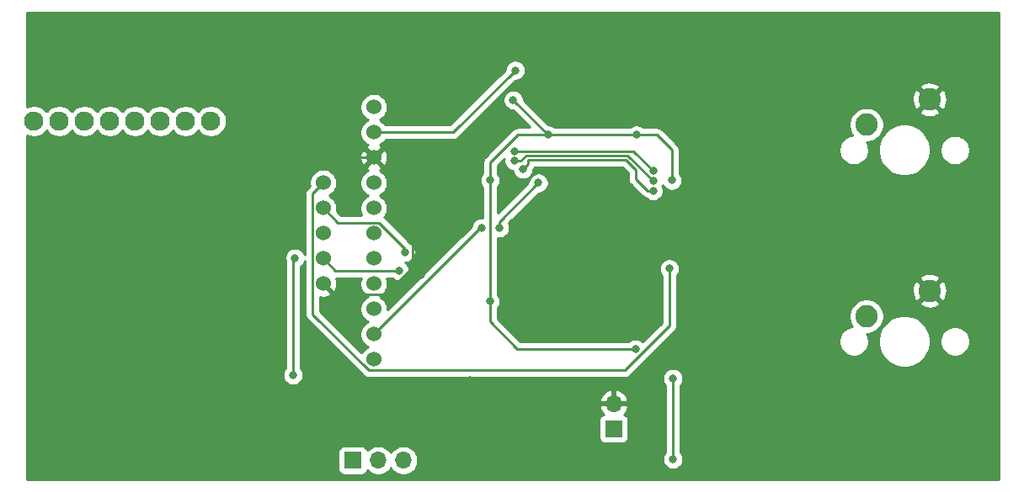
<source format=gbr>
G04 #@! TF.GenerationSoftware,KiCad,Pcbnew,(5.1.6)-1*
G04 #@! TF.CreationDate,2020-11-30T20:52:42-08:00*
G04 #@! TF.ProjectId,pcb2,70636232-2e6b-4696-9361-645f70636258,rev?*
G04 #@! TF.SameCoordinates,Original*
G04 #@! TF.FileFunction,Copper,L1,Top*
G04 #@! TF.FilePolarity,Positive*
%FSLAX46Y46*%
G04 Gerber Fmt 4.6, Leading zero omitted, Abs format (unit mm)*
G04 Created by KiCad (PCBNEW (5.1.6)-1) date 2020-11-30 20:52:42*
%MOMM*%
%LPD*%
G01*
G04 APERTURE LIST*
G04 #@! TA.AperFunction,ComponentPad*
%ADD10C,1.524000*%
G04 #@! TD*
G04 #@! TA.AperFunction,ComponentPad*
%ADD11C,1.930000*%
G04 #@! TD*
G04 #@! TA.AperFunction,ComponentPad*
%ADD12R,1.700000X1.700000*%
G04 #@! TD*
G04 #@! TA.AperFunction,ComponentPad*
%ADD13O,1.700000X1.700000*%
G04 #@! TD*
G04 #@! TA.AperFunction,ComponentPad*
%ADD14C,2.250000*%
G04 #@! TD*
G04 #@! TA.AperFunction,ViaPad*
%ADD15C,0.800000*%
G04 #@! TD*
G04 #@! TA.AperFunction,Conductor*
%ADD16C,0.250000*%
G04 #@! TD*
G04 #@! TA.AperFunction,Conductor*
%ADD17C,0.254000*%
G04 #@! TD*
G04 APERTURE END LIST*
D10*
G04 #@! TO.P,JP1,1*
G04 #@! TO.N,Net-(JP1-Pad1)*
X127000000Y-63500000D03*
G04 #@! TO.P,JP1,2*
G04 #@! TO.N,+3V3*
X127000000Y-66040000D03*
G04 #@! TO.P,JP1,3*
G04 #@! TO.N,GND*
X127000000Y-68580000D03*
G04 #@! TO.P,JP1,4*
G04 #@! TO.N,SCK*
X127000000Y-71120000D03*
G04 #@! TO.P,JP1,5*
G04 #@! TO.N,MISO*
X127000000Y-73660000D03*
G04 #@! TO.P,JP1,6*
G04 #@! TO.N,MOSI*
X127000000Y-76200000D03*
G04 #@! TO.P,JP1,7*
G04 #@! TO.N,TCS*
X127000000Y-78740000D03*
G04 #@! TO.P,JP1,8*
G04 #@! TO.N,RST*
X127000000Y-81280000D03*
G04 #@! TO.P,JP1,9*
G04 #@! TO.N,DC*
X127000000Y-83820000D03*
G04 #@! TO.P,JP1,10*
G04 #@! TO.N,CCS*
X127000000Y-86360000D03*
G04 #@! TO.P,JP1,11*
G04 #@! TO.N,LITE*
X127000000Y-88900000D03*
G04 #@! TD*
D11*
G04 #@! TO.P,A1,8*
G04 #@! TO.N,Net-(A1-Pad8)*
X110617000Y-64897000D03*
G04 #@! TO.P,A1,7*
G04 #@! TO.N,Net-(A1-Pad7)*
X108077000Y-64897000D03*
G04 #@! TO.P,A1,6*
G04 #@! TO.N,D+*
X105537000Y-64897000D03*
G04 #@! TO.P,A1,5*
G04 #@! TO.N,D-*
X102997000Y-64897000D03*
G04 #@! TO.P,A1,4*
G04 #@! TO.N,Net-(A1-Pad4)*
X100457000Y-64897000D03*
G04 #@! TO.P,A1,3*
G04 #@! TO.N,Net-(A1-Pad3)*
X97917000Y-64897000D03*
G04 #@! TO.P,A1,2*
G04 #@! TO.N,VBUS*
X95377000Y-64897000D03*
G04 #@! TO.P,A1,1*
G04 #@! TO.N,EN*
X92837000Y-64897000D03*
G04 #@! TD*
D12*
G04 #@! TO.P,JP2,1*
G04 #@! TO.N,VBAT*
X151104600Y-95885000D03*
D13*
G04 #@! TO.P,JP2,2*
G04 #@! TO.N,GND*
X151104600Y-93345000D03*
G04 #@! TD*
D10*
G04 #@! TO.P,JP3,5*
G04 #@! TO.N,SW*
X121920000Y-71120000D03*
G04 #@! TO.P,JP3,4*
G04 #@! TO.N,VRy*
X121920000Y-73660000D03*
G04 #@! TO.P,JP3,3*
G04 #@! TO.N,VRx*
X121920000Y-76200000D03*
G04 #@! TO.P,JP3,2*
G04 #@! TO.N,+5V*
X121920000Y-78740000D03*
G04 #@! TO.P,JP3,1*
G04 #@! TO.N,GND*
X121920000Y-81280000D03*
G04 #@! TD*
D14*
G04 #@! TO.P,SW1,1*
G04 #@! TO.N,B1*
X176530000Y-65278000D03*
G04 #@! TO.P,SW1,2*
G04 #@! TO.N,GND*
X182880000Y-62738000D03*
G04 #@! TD*
D12*
G04 #@! TO.P,SW2,1*
G04 #@! TO.N,+5V*
X124885401Y-99061001D03*
D13*
G04 #@! TO.P,SW2,2*
G04 #@! TO.N,Net-(D1-Pad1)*
X127425401Y-99061001D03*
G04 #@! TO.P,SW2,3*
G04 #@! TO.N,N/C*
X129965401Y-99061001D03*
G04 #@! TD*
D14*
G04 #@! TO.P,SW3,2*
G04 #@! TO.N,GND*
X182880000Y-81991200D03*
G04 #@! TO.P,SW3,1*
G04 #@! TO.N,B2*
X176530000Y-84531200D03*
G04 #@! TD*
D15*
G04 #@! TO.N,GND*
X121056400Y-93319600D03*
X136702800Y-90982800D03*
X131724400Y-80416400D03*
X117043200Y-64262000D03*
G04 #@! TO.N,+5V*
X138684000Y-70866000D03*
X138684000Y-83058000D03*
X144526000Y-66294000D03*
X153416000Y-66294000D03*
X156972000Y-70866000D03*
X153314400Y-87833200D03*
X141020800Y-62788800D03*
X118872000Y-90474800D03*
X119075200Y-78689200D03*
X129540000Y-79959200D03*
G04 #@! TO.N,+3V3*
X141224000Y-59791600D03*
G04 #@! TO.N,VBUS*
X157073600Y-98933000D03*
X157073600Y-90805000D03*
G04 #@! TO.N,SCK*
X155105051Y-69920143D03*
X141122400Y-67919600D03*
G04 #@! TO.N,MISO*
X155092400Y-71932800D03*
X141986000Y-69748400D03*
G04 #@! TO.N,MOSI*
X155092400Y-70932797D03*
X141122400Y-68919603D03*
G04 #@! TO.N,CCS*
X137820400Y-75641200D03*
X139649200Y-75641200D03*
X143560800Y-71120000D03*
G04 #@! TO.N,SW*
X156718000Y-79756000D03*
G04 #@! TO.N,VRy*
X130179653Y-78100347D03*
G04 #@! TD*
D16*
G04 #@! TO.N,GND*
X121056400Y-93319600D02*
X123393200Y-90982800D01*
X123393200Y-90982800D02*
X136702800Y-90982800D01*
X130904654Y-72484654D02*
X127000000Y-68580000D01*
X128205201Y-82367001D02*
X130904654Y-79667548D01*
X123007001Y-82367001D02*
X128205201Y-82367001D01*
X130904654Y-79667548D02*
X130904654Y-72484654D01*
X121920000Y-81280000D02*
X123007001Y-82367001D01*
X130904654Y-79667548D02*
X130975548Y-79667548D01*
X130975548Y-79667548D02*
X131724400Y-80416400D01*
X121361200Y-68580000D02*
X127000000Y-68580000D01*
X117043200Y-64262000D02*
X121361200Y-68580000D01*
G04 #@! TO.N,+5V*
X138684000Y-70866000D02*
X138684000Y-83058000D01*
X138684000Y-70866000D02*
X138684000Y-69088000D01*
X138684000Y-69088000D02*
X141478000Y-66294000D01*
X141478000Y-66294000D02*
X144526000Y-66294000D01*
X144526000Y-66294000D02*
X153416000Y-66294000D01*
X153416000Y-66294000D02*
X155448000Y-66294000D01*
X155448000Y-66294000D02*
X156972000Y-67818000D01*
X156972000Y-67818000D02*
X156972000Y-70866000D01*
X153314400Y-87833200D02*
X141427200Y-87833200D01*
X138684000Y-85090000D02*
X138684000Y-83058000D01*
X141427200Y-87833200D02*
X138684000Y-85090000D01*
X141020800Y-62788800D02*
X144526000Y-66294000D01*
X118872000Y-90474800D02*
X118872000Y-78892400D01*
X118872000Y-78892400D02*
X119075200Y-78689200D01*
X123139200Y-79959200D02*
X121920000Y-78740000D01*
X129540000Y-79959200D02*
X123139200Y-79959200D01*
G04 #@! TO.N,+3V3*
X127000000Y-66040000D02*
X134975600Y-66040000D01*
X134975600Y-66040000D02*
X141224000Y-59791600D01*
G04 #@! TO.N,VBUS*
X157073600Y-98933000D02*
X157073600Y-90805000D01*
G04 #@! TO.N,SCK*
X155105051Y-69920143D02*
X153104508Y-67919600D01*
X153104508Y-67919600D02*
X141122400Y-67919600D01*
G04 #@! TO.N,MISO*
X153314400Y-70720485D02*
X153314400Y-69791207D01*
X155092400Y-71932800D02*
X154526715Y-71932800D01*
X154526715Y-71932800D02*
X153314400Y-70720485D01*
X153314400Y-69791207D02*
X152342813Y-68819620D01*
X152342813Y-68819620D02*
X142484390Y-68819620D01*
X142484390Y-68819620D02*
X142484390Y-69250010D01*
X142484390Y-69250010D02*
X141986000Y-69748400D01*
G04 #@! TO.N,MOSI*
X155092400Y-70932797D02*
X152529213Y-68369610D01*
X152529213Y-68369610D02*
X142297990Y-68369610D01*
X142297990Y-68369610D02*
X141747997Y-68919603D01*
X141747997Y-68919603D02*
X141122400Y-68919603D01*
G04 #@! TO.N,CCS*
X127000000Y-86360000D02*
X137718800Y-75641200D01*
X137718800Y-75641200D02*
X137820400Y-75641200D01*
X139649200Y-75641200D02*
X139649200Y-75031600D01*
X139649200Y-75031600D02*
X143560800Y-71120000D01*
G04 #@! TO.N,SW*
X156718000Y-85502602D02*
X156718000Y-79756000D01*
X121920000Y-71120000D02*
X120832999Y-72207001D01*
X120832999Y-84341761D02*
X126478239Y-89987001D01*
X126478239Y-89987001D02*
X152233601Y-89987001D01*
X120832999Y-72207001D02*
X120832999Y-84341761D01*
X152233601Y-89987001D02*
X156718000Y-85502602D01*
G04 #@! TO.N,VRy*
X130179653Y-77770891D02*
X130179653Y-78100347D01*
X127521761Y-75112999D02*
X130179653Y-77770891D01*
X121920000Y-73660000D02*
X123372999Y-75112999D01*
X123372999Y-75112999D02*
X127521761Y-75112999D01*
G04 #@! TD*
D17*
G04 #@! TO.N,GND*
G36*
X189840001Y-100940000D02*
G01*
X92100000Y-100940000D01*
X92100000Y-98211001D01*
X123397329Y-98211001D01*
X123397329Y-99911001D01*
X123409589Y-100035483D01*
X123445899Y-100155181D01*
X123504864Y-100265495D01*
X123584216Y-100362186D01*
X123680907Y-100441538D01*
X123791221Y-100500503D01*
X123910919Y-100536813D01*
X124035401Y-100549073D01*
X125735401Y-100549073D01*
X125859883Y-100536813D01*
X125979581Y-100500503D01*
X126089895Y-100441538D01*
X126186586Y-100362186D01*
X126265938Y-100265495D01*
X126324903Y-100155181D01*
X126346914Y-100082621D01*
X126478769Y-100214476D01*
X126721990Y-100376991D01*
X126992243Y-100488933D01*
X127279141Y-100546001D01*
X127571661Y-100546001D01*
X127858559Y-100488933D01*
X128128812Y-100376991D01*
X128372033Y-100214476D01*
X128578876Y-100007633D01*
X128695401Y-99833241D01*
X128811926Y-100007633D01*
X129018769Y-100214476D01*
X129261990Y-100376991D01*
X129532243Y-100488933D01*
X129819141Y-100546001D01*
X130111661Y-100546001D01*
X130398559Y-100488933D01*
X130668812Y-100376991D01*
X130912033Y-100214476D01*
X131118876Y-100007633D01*
X131281391Y-99764412D01*
X131393333Y-99494159D01*
X131450401Y-99207261D01*
X131450401Y-98914741D01*
X131393333Y-98627843D01*
X131281391Y-98357590D01*
X131118876Y-98114369D01*
X130912033Y-97907526D01*
X130668812Y-97745011D01*
X130398559Y-97633069D01*
X130111661Y-97576001D01*
X129819141Y-97576001D01*
X129532243Y-97633069D01*
X129261990Y-97745011D01*
X129018769Y-97907526D01*
X128811926Y-98114369D01*
X128695401Y-98288761D01*
X128578876Y-98114369D01*
X128372033Y-97907526D01*
X128128812Y-97745011D01*
X127858559Y-97633069D01*
X127571661Y-97576001D01*
X127279141Y-97576001D01*
X126992243Y-97633069D01*
X126721990Y-97745011D01*
X126478769Y-97907526D01*
X126346914Y-98039381D01*
X126324903Y-97966821D01*
X126265938Y-97856507D01*
X126186586Y-97759816D01*
X126089895Y-97680464D01*
X125979581Y-97621499D01*
X125859883Y-97585189D01*
X125735401Y-97572929D01*
X124035401Y-97572929D01*
X123910919Y-97585189D01*
X123791221Y-97621499D01*
X123680907Y-97680464D01*
X123584216Y-97759816D01*
X123504864Y-97856507D01*
X123445899Y-97966821D01*
X123409589Y-98086519D01*
X123397329Y-98211001D01*
X92100000Y-98211001D01*
X92100000Y-95035000D01*
X149616528Y-95035000D01*
X149616528Y-96735000D01*
X149628788Y-96859482D01*
X149665098Y-96979180D01*
X149724063Y-97089494D01*
X149803415Y-97186185D01*
X149900106Y-97265537D01*
X150010420Y-97324502D01*
X150130118Y-97360812D01*
X150254600Y-97373072D01*
X151954600Y-97373072D01*
X152079082Y-97360812D01*
X152198780Y-97324502D01*
X152309094Y-97265537D01*
X152405785Y-97186185D01*
X152485137Y-97089494D01*
X152544102Y-96979180D01*
X152580412Y-96859482D01*
X152592672Y-96735000D01*
X152592672Y-95035000D01*
X152580412Y-94910518D01*
X152544102Y-94790820D01*
X152485137Y-94680506D01*
X152405785Y-94583815D01*
X152309094Y-94504463D01*
X152198780Y-94445498D01*
X152118134Y-94421034D01*
X152202188Y-94345269D01*
X152376241Y-94111920D01*
X152501425Y-93849099D01*
X152546076Y-93701890D01*
X152424755Y-93472000D01*
X151231600Y-93472000D01*
X151231600Y-93492000D01*
X150977600Y-93492000D01*
X150977600Y-93472000D01*
X149784445Y-93472000D01*
X149663124Y-93701890D01*
X149707775Y-93849099D01*
X149832959Y-94111920D01*
X150007012Y-94345269D01*
X150091066Y-94421034D01*
X150010420Y-94445498D01*
X149900106Y-94504463D01*
X149803415Y-94583815D01*
X149724063Y-94680506D01*
X149665098Y-94790820D01*
X149628788Y-94910518D01*
X149616528Y-95035000D01*
X92100000Y-95035000D01*
X92100000Y-92988110D01*
X149663124Y-92988110D01*
X149784445Y-93218000D01*
X150977600Y-93218000D01*
X150977600Y-92024186D01*
X151231600Y-92024186D01*
X151231600Y-93218000D01*
X152424755Y-93218000D01*
X152546076Y-92988110D01*
X152501425Y-92840901D01*
X152376241Y-92578080D01*
X152202188Y-92344731D01*
X151985955Y-92149822D01*
X151735852Y-92000843D01*
X151461491Y-91903519D01*
X151231600Y-92024186D01*
X150977600Y-92024186D01*
X150747709Y-91903519D01*
X150473348Y-92000843D01*
X150223245Y-92149822D01*
X150007012Y-92344731D01*
X149832959Y-92578080D01*
X149707775Y-92840901D01*
X149663124Y-92988110D01*
X92100000Y-92988110D01*
X92100000Y-90372861D01*
X117837000Y-90372861D01*
X117837000Y-90576739D01*
X117876774Y-90776698D01*
X117954795Y-90965056D01*
X118068063Y-91134574D01*
X118212226Y-91278737D01*
X118381744Y-91392005D01*
X118570102Y-91470026D01*
X118770061Y-91509800D01*
X118973939Y-91509800D01*
X119173898Y-91470026D01*
X119362256Y-91392005D01*
X119531774Y-91278737D01*
X119675937Y-91134574D01*
X119789205Y-90965056D01*
X119867226Y-90776698D01*
X119907000Y-90576739D01*
X119907000Y-90372861D01*
X119867226Y-90172902D01*
X119789205Y-89984544D01*
X119675937Y-89815026D01*
X119632000Y-89771089D01*
X119632000Y-79561942D01*
X119734974Y-79493137D01*
X119879137Y-79348974D01*
X119992405Y-79179456D01*
X120070426Y-78991098D01*
X120073000Y-78978160D01*
X120073000Y-84304429D01*
X120069323Y-84341761D01*
X120083997Y-84490746D01*
X120127453Y-84634007D01*
X120198025Y-84766037D01*
X120224055Y-84797754D01*
X120292999Y-84881762D01*
X120321997Y-84905560D01*
X125914440Y-90498004D01*
X125938238Y-90527002D01*
X125967236Y-90550800D01*
X126053962Y-90621975D01*
X126185992Y-90692547D01*
X126329253Y-90736004D01*
X126440906Y-90747001D01*
X126440916Y-90747001D01*
X126478239Y-90750677D01*
X126515562Y-90747001D01*
X152196279Y-90747001D01*
X152233601Y-90750677D01*
X152270923Y-90747001D01*
X152270934Y-90747001D01*
X152382587Y-90736004D01*
X152491187Y-90703061D01*
X156038600Y-90703061D01*
X156038600Y-90906939D01*
X156078374Y-91106898D01*
X156156395Y-91295256D01*
X156269663Y-91464774D01*
X156313601Y-91508712D01*
X156313600Y-98229289D01*
X156269663Y-98273226D01*
X156156395Y-98442744D01*
X156078374Y-98631102D01*
X156038600Y-98831061D01*
X156038600Y-99034939D01*
X156078374Y-99234898D01*
X156156395Y-99423256D01*
X156269663Y-99592774D01*
X156413826Y-99736937D01*
X156583344Y-99850205D01*
X156771702Y-99928226D01*
X156971661Y-99968000D01*
X157175539Y-99968000D01*
X157375498Y-99928226D01*
X157563856Y-99850205D01*
X157733374Y-99736937D01*
X157877537Y-99592774D01*
X157990805Y-99423256D01*
X158068826Y-99234898D01*
X158108600Y-99034939D01*
X158108600Y-98831061D01*
X158068826Y-98631102D01*
X157990805Y-98442744D01*
X157877537Y-98273226D01*
X157833600Y-98229289D01*
X157833600Y-91508711D01*
X157877537Y-91464774D01*
X157990805Y-91295256D01*
X158068826Y-91106898D01*
X158108600Y-90906939D01*
X158108600Y-90703061D01*
X158068826Y-90503102D01*
X157990805Y-90314744D01*
X157877537Y-90145226D01*
X157733374Y-90001063D01*
X157563856Y-89887795D01*
X157375498Y-89809774D01*
X157175539Y-89770000D01*
X156971661Y-89770000D01*
X156771702Y-89809774D01*
X156583344Y-89887795D01*
X156413826Y-90001063D01*
X156269663Y-90145226D01*
X156156395Y-90314744D01*
X156078374Y-90503102D01*
X156038600Y-90703061D01*
X152491187Y-90703061D01*
X152525848Y-90692547D01*
X152657877Y-90621975D01*
X152773602Y-90527002D01*
X152797405Y-90497998D01*
X156372925Y-86922478D01*
X173750000Y-86922478D01*
X173750000Y-87219922D01*
X173808029Y-87511651D01*
X173921856Y-87786453D01*
X174087107Y-88033769D01*
X174297431Y-88244093D01*
X174544747Y-88409344D01*
X174819549Y-88523171D01*
X175111278Y-88581200D01*
X175408722Y-88581200D01*
X175700451Y-88523171D01*
X175975253Y-88409344D01*
X176222569Y-88244093D01*
X176432893Y-88033769D01*
X176598144Y-87786453D01*
X176711971Y-87511651D01*
X176770000Y-87219922D01*
X176770000Y-86922478D01*
X176748080Y-86812276D01*
X177711100Y-86812276D01*
X177711100Y-87330124D01*
X177812127Y-87838022D01*
X178010299Y-88316451D01*
X178298000Y-88747026D01*
X178664174Y-89113200D01*
X179094749Y-89400901D01*
X179573178Y-89599073D01*
X180081076Y-89700100D01*
X180598924Y-89700100D01*
X181106822Y-89599073D01*
X181585251Y-89400901D01*
X182015826Y-89113200D01*
X182382000Y-88747026D01*
X182669701Y-88316451D01*
X182867873Y-87838022D01*
X182968900Y-87330124D01*
X182968900Y-86922478D01*
X183910000Y-86922478D01*
X183910000Y-87219922D01*
X183968029Y-87511651D01*
X184081856Y-87786453D01*
X184247107Y-88033769D01*
X184457431Y-88244093D01*
X184704747Y-88409344D01*
X184979549Y-88523171D01*
X185271278Y-88581200D01*
X185568722Y-88581200D01*
X185860451Y-88523171D01*
X186135253Y-88409344D01*
X186382569Y-88244093D01*
X186592893Y-88033769D01*
X186758144Y-87786453D01*
X186871971Y-87511651D01*
X186930000Y-87219922D01*
X186930000Y-86922478D01*
X186871971Y-86630749D01*
X186758144Y-86355947D01*
X186592893Y-86108631D01*
X186382569Y-85898307D01*
X186135253Y-85733056D01*
X185860451Y-85619229D01*
X185568722Y-85561200D01*
X185271278Y-85561200D01*
X184979549Y-85619229D01*
X184704747Y-85733056D01*
X184457431Y-85898307D01*
X184247107Y-86108631D01*
X184081856Y-86355947D01*
X183968029Y-86630749D01*
X183910000Y-86922478D01*
X182968900Y-86922478D01*
X182968900Y-86812276D01*
X182867873Y-86304378D01*
X182669701Y-85825949D01*
X182382000Y-85395374D01*
X182015826Y-85029200D01*
X181585251Y-84741499D01*
X181106822Y-84543327D01*
X180598924Y-84442300D01*
X180081076Y-84442300D01*
X179573178Y-84543327D01*
X179094749Y-84741499D01*
X178664174Y-85029200D01*
X178298000Y-85395374D01*
X178010299Y-85825949D01*
X177812127Y-86304378D01*
X177711100Y-86812276D01*
X176748080Y-86812276D01*
X176711971Y-86630749D01*
X176598144Y-86355947D01*
X176554882Y-86291200D01*
X176703345Y-86291200D01*
X177043373Y-86223564D01*
X177363673Y-86090892D01*
X177651935Y-85898281D01*
X177897081Y-85653135D01*
X178089692Y-85364873D01*
X178222364Y-85044573D01*
X178290000Y-84704545D01*
X178290000Y-84357855D01*
X178222364Y-84017827D01*
X178089692Y-83697527D01*
X177897081Y-83409265D01*
X177703547Y-83215731D01*
X181835074Y-83215731D01*
X181945921Y-83492914D01*
X182256840Y-83646289D01*
X182591705Y-83736060D01*
X182937650Y-83758776D01*
X183281380Y-83713566D01*
X183609685Y-83602166D01*
X183814079Y-83492914D01*
X183924926Y-83215731D01*
X182880000Y-82170805D01*
X181835074Y-83215731D01*
X177703547Y-83215731D01*
X177651935Y-83164119D01*
X177363673Y-82971508D01*
X177043373Y-82838836D01*
X176703345Y-82771200D01*
X176356655Y-82771200D01*
X176016627Y-82838836D01*
X175696327Y-82971508D01*
X175408065Y-83164119D01*
X175162919Y-83409265D01*
X174970308Y-83697527D01*
X174837636Y-84017827D01*
X174770000Y-84357855D01*
X174770000Y-84704545D01*
X174837636Y-85044573D01*
X174970308Y-85364873D01*
X175102638Y-85562919D01*
X174819549Y-85619229D01*
X174544747Y-85733056D01*
X174297431Y-85898307D01*
X174087107Y-86108631D01*
X173921856Y-86355947D01*
X173808029Y-86630749D01*
X173750000Y-86922478D01*
X156372925Y-86922478D01*
X157229004Y-86066400D01*
X157258001Y-86042603D01*
X157284332Y-86010519D01*
X157352974Y-85926879D01*
X157423546Y-85794849D01*
X157442290Y-85733056D01*
X157467003Y-85651588D01*
X157478000Y-85539935D01*
X157478000Y-85539925D01*
X157481676Y-85502602D01*
X157478000Y-85465279D01*
X157478000Y-82048850D01*
X181112424Y-82048850D01*
X181157634Y-82392580D01*
X181269034Y-82720885D01*
X181378286Y-82925279D01*
X181655469Y-83036126D01*
X182700395Y-81991200D01*
X183059605Y-81991200D01*
X184104531Y-83036126D01*
X184381714Y-82925279D01*
X184535089Y-82614360D01*
X184624860Y-82279495D01*
X184647576Y-81933550D01*
X184602366Y-81589820D01*
X184490966Y-81261515D01*
X184381714Y-81057121D01*
X184104531Y-80946274D01*
X183059605Y-81991200D01*
X182700395Y-81991200D01*
X181655469Y-80946274D01*
X181378286Y-81057121D01*
X181224911Y-81368040D01*
X181135140Y-81702905D01*
X181112424Y-82048850D01*
X157478000Y-82048850D01*
X157478000Y-80766669D01*
X181835074Y-80766669D01*
X182880000Y-81811595D01*
X183924926Y-80766669D01*
X183814079Y-80489486D01*
X183503160Y-80336111D01*
X183168295Y-80246340D01*
X182822350Y-80223624D01*
X182478620Y-80268834D01*
X182150315Y-80380234D01*
X181945921Y-80489486D01*
X181835074Y-80766669D01*
X157478000Y-80766669D01*
X157478000Y-80459711D01*
X157521937Y-80415774D01*
X157635205Y-80246256D01*
X157713226Y-80057898D01*
X157753000Y-79857939D01*
X157753000Y-79654061D01*
X157713226Y-79454102D01*
X157635205Y-79265744D01*
X157521937Y-79096226D01*
X157377774Y-78952063D01*
X157208256Y-78838795D01*
X157019898Y-78760774D01*
X156819939Y-78721000D01*
X156616061Y-78721000D01*
X156416102Y-78760774D01*
X156227744Y-78838795D01*
X156058226Y-78952063D01*
X155914063Y-79096226D01*
X155800795Y-79265744D01*
X155722774Y-79454102D01*
X155683000Y-79654061D01*
X155683000Y-79857939D01*
X155722774Y-80057898D01*
X155800795Y-80246256D01*
X155914063Y-80415774D01*
X155958001Y-80459712D01*
X155958000Y-85187800D01*
X154045356Y-87100445D01*
X153974174Y-87029263D01*
X153804656Y-86915995D01*
X153616298Y-86837974D01*
X153416339Y-86798200D01*
X153212461Y-86798200D01*
X153012502Y-86837974D01*
X152824144Y-86915995D01*
X152654626Y-87029263D01*
X152610689Y-87073200D01*
X141742002Y-87073200D01*
X139444000Y-84775199D01*
X139444000Y-83761711D01*
X139487937Y-83717774D01*
X139601205Y-83548256D01*
X139679226Y-83359898D01*
X139719000Y-83159939D01*
X139719000Y-82956061D01*
X139679226Y-82756102D01*
X139601205Y-82567744D01*
X139487937Y-82398226D01*
X139444000Y-82354289D01*
X139444000Y-76655660D01*
X139547261Y-76676200D01*
X139751139Y-76676200D01*
X139951098Y-76636426D01*
X140139456Y-76558405D01*
X140308974Y-76445137D01*
X140453137Y-76300974D01*
X140566405Y-76131456D01*
X140644426Y-75943098D01*
X140684200Y-75743139D01*
X140684200Y-75539261D01*
X140644426Y-75339302D01*
X140577609Y-75177992D01*
X143600602Y-72155000D01*
X143662739Y-72155000D01*
X143862698Y-72115226D01*
X144051056Y-72037205D01*
X144220574Y-71923937D01*
X144364737Y-71779774D01*
X144478005Y-71610256D01*
X144556026Y-71421898D01*
X144595800Y-71221939D01*
X144595800Y-71018061D01*
X144556026Y-70818102D01*
X144478005Y-70629744D01*
X144364737Y-70460226D01*
X144220574Y-70316063D01*
X144051056Y-70202795D01*
X143862698Y-70124774D01*
X143662739Y-70085000D01*
X143458861Y-70085000D01*
X143258902Y-70124774D01*
X143070544Y-70202795D01*
X142901026Y-70316063D01*
X142756863Y-70460226D01*
X142643595Y-70629744D01*
X142565574Y-70818102D01*
X142525800Y-71018061D01*
X142525800Y-71080198D01*
X139444000Y-74161999D01*
X139444000Y-71569711D01*
X139487937Y-71525774D01*
X139601205Y-71356256D01*
X139679226Y-71167898D01*
X139719000Y-70967939D01*
X139719000Y-70764061D01*
X139679226Y-70564102D01*
X139601205Y-70375744D01*
X139487937Y-70206226D01*
X139444000Y-70162289D01*
X139444000Y-69402801D01*
X140101867Y-68744935D01*
X140087400Y-68817664D01*
X140087400Y-69021542D01*
X140127174Y-69221501D01*
X140205195Y-69409859D01*
X140318463Y-69579377D01*
X140462626Y-69723540D01*
X140632144Y-69836808D01*
X140820502Y-69914829D01*
X140969732Y-69944512D01*
X140990774Y-70050298D01*
X141068795Y-70238656D01*
X141182063Y-70408174D01*
X141326226Y-70552337D01*
X141495744Y-70665605D01*
X141684102Y-70743626D01*
X141884061Y-70783400D01*
X142087939Y-70783400D01*
X142287898Y-70743626D01*
X142476256Y-70665605D01*
X142645774Y-70552337D01*
X142789937Y-70408174D01*
X142903205Y-70238656D01*
X142981226Y-70050298D01*
X143021000Y-69850339D01*
X143021000Y-69792794D01*
X143024391Y-69790011D01*
X143111984Y-69683279D01*
X143119364Y-69674287D01*
X143169965Y-69579620D01*
X152028012Y-69579620D01*
X152554401Y-70106009D01*
X152554400Y-70683162D01*
X152550724Y-70720485D01*
X152554400Y-70757807D01*
X152554400Y-70757817D01*
X152565397Y-70869470D01*
X152595267Y-70967939D01*
X152608854Y-71012731D01*
X152679426Y-71144761D01*
X152719271Y-71193311D01*
X152774399Y-71260486D01*
X152803403Y-71284289D01*
X153962916Y-72443803D01*
X153986714Y-72472801D01*
X154102439Y-72567774D01*
X154234468Y-72638346D01*
X154377676Y-72681787D01*
X154432626Y-72736737D01*
X154602144Y-72850005D01*
X154790502Y-72928026D01*
X154990461Y-72967800D01*
X155194339Y-72967800D01*
X155394298Y-72928026D01*
X155582656Y-72850005D01*
X155752174Y-72736737D01*
X155896337Y-72592574D01*
X156009605Y-72423056D01*
X156087626Y-72234698D01*
X156127400Y-72034739D01*
X156127400Y-71830861D01*
X156087626Y-71630902D01*
X156009605Y-71442544D01*
X156003093Y-71432799D01*
X156009605Y-71423053D01*
X156046034Y-71335106D01*
X156054795Y-71356256D01*
X156168063Y-71525774D01*
X156312226Y-71669937D01*
X156481744Y-71783205D01*
X156670102Y-71861226D01*
X156870061Y-71901000D01*
X157073939Y-71901000D01*
X157273898Y-71861226D01*
X157462256Y-71783205D01*
X157631774Y-71669937D01*
X157775937Y-71525774D01*
X157889205Y-71356256D01*
X157967226Y-71167898D01*
X158007000Y-70967939D01*
X158007000Y-70764061D01*
X157967226Y-70564102D01*
X157889205Y-70375744D01*
X157775937Y-70206226D01*
X157732000Y-70162289D01*
X157732000Y-67855322D01*
X157735676Y-67817999D01*
X157732000Y-67780676D01*
X157732000Y-67780667D01*
X157721030Y-67669278D01*
X173750000Y-67669278D01*
X173750000Y-67966722D01*
X173808029Y-68258451D01*
X173921856Y-68533253D01*
X174087107Y-68780569D01*
X174297431Y-68990893D01*
X174544747Y-69156144D01*
X174819549Y-69269971D01*
X175111278Y-69328000D01*
X175408722Y-69328000D01*
X175700451Y-69269971D01*
X175975253Y-69156144D01*
X176222569Y-68990893D01*
X176432893Y-68780569D01*
X176598144Y-68533253D01*
X176711971Y-68258451D01*
X176770000Y-67966722D01*
X176770000Y-67669278D01*
X176748080Y-67559076D01*
X177711100Y-67559076D01*
X177711100Y-68076924D01*
X177812127Y-68584822D01*
X178010299Y-69063251D01*
X178298000Y-69493826D01*
X178664174Y-69860000D01*
X179094749Y-70147701D01*
X179573178Y-70345873D01*
X180081076Y-70446900D01*
X180598924Y-70446900D01*
X181106822Y-70345873D01*
X181585251Y-70147701D01*
X182015826Y-69860000D01*
X182382000Y-69493826D01*
X182669701Y-69063251D01*
X182867873Y-68584822D01*
X182968900Y-68076924D01*
X182968900Y-67669278D01*
X183910000Y-67669278D01*
X183910000Y-67966722D01*
X183968029Y-68258451D01*
X184081856Y-68533253D01*
X184247107Y-68780569D01*
X184457431Y-68990893D01*
X184704747Y-69156144D01*
X184979549Y-69269971D01*
X185271278Y-69328000D01*
X185568722Y-69328000D01*
X185860451Y-69269971D01*
X186135253Y-69156144D01*
X186382569Y-68990893D01*
X186592893Y-68780569D01*
X186758144Y-68533253D01*
X186871971Y-68258451D01*
X186930000Y-67966722D01*
X186930000Y-67669278D01*
X186871971Y-67377549D01*
X186758144Y-67102747D01*
X186592893Y-66855431D01*
X186382569Y-66645107D01*
X186135253Y-66479856D01*
X185860451Y-66366029D01*
X185568722Y-66308000D01*
X185271278Y-66308000D01*
X184979549Y-66366029D01*
X184704747Y-66479856D01*
X184457431Y-66645107D01*
X184247107Y-66855431D01*
X184081856Y-67102747D01*
X183968029Y-67377549D01*
X183910000Y-67669278D01*
X182968900Y-67669278D01*
X182968900Y-67559076D01*
X182867873Y-67051178D01*
X182669701Y-66572749D01*
X182382000Y-66142174D01*
X182015826Y-65776000D01*
X181585251Y-65488299D01*
X181106822Y-65290127D01*
X180598924Y-65189100D01*
X180081076Y-65189100D01*
X179573178Y-65290127D01*
X179094749Y-65488299D01*
X178664174Y-65776000D01*
X178298000Y-66142174D01*
X178010299Y-66572749D01*
X177812127Y-67051178D01*
X177711100Y-67559076D01*
X176748080Y-67559076D01*
X176711971Y-67377549D01*
X176598144Y-67102747D01*
X176554882Y-67038000D01*
X176703345Y-67038000D01*
X177043373Y-66970364D01*
X177363673Y-66837692D01*
X177651935Y-66645081D01*
X177897081Y-66399935D01*
X178089692Y-66111673D01*
X178222364Y-65791373D01*
X178290000Y-65451345D01*
X178290000Y-65104655D01*
X178222364Y-64764627D01*
X178089692Y-64444327D01*
X177897081Y-64156065D01*
X177703547Y-63962531D01*
X181835074Y-63962531D01*
X181945921Y-64239714D01*
X182256840Y-64393089D01*
X182591705Y-64482860D01*
X182937650Y-64505576D01*
X183281380Y-64460366D01*
X183609685Y-64348966D01*
X183814079Y-64239714D01*
X183924926Y-63962531D01*
X182880000Y-62917605D01*
X181835074Y-63962531D01*
X177703547Y-63962531D01*
X177651935Y-63910919D01*
X177363673Y-63718308D01*
X177043373Y-63585636D01*
X176703345Y-63518000D01*
X176356655Y-63518000D01*
X176016627Y-63585636D01*
X175696327Y-63718308D01*
X175408065Y-63910919D01*
X175162919Y-64156065D01*
X174970308Y-64444327D01*
X174837636Y-64764627D01*
X174770000Y-65104655D01*
X174770000Y-65451345D01*
X174837636Y-65791373D01*
X174970308Y-66111673D01*
X175102638Y-66309719D01*
X174819549Y-66366029D01*
X174544747Y-66479856D01*
X174297431Y-66645107D01*
X174087107Y-66855431D01*
X173921856Y-67102747D01*
X173808029Y-67377549D01*
X173750000Y-67669278D01*
X157721030Y-67669278D01*
X157721003Y-67669014D01*
X157677546Y-67525753D01*
X157606974Y-67393724D01*
X157591069Y-67374344D01*
X157535799Y-67306996D01*
X157535795Y-67306992D01*
X157512001Y-67277999D01*
X157483009Y-67254206D01*
X156011803Y-65783002D01*
X155988001Y-65753999D01*
X155872276Y-65659026D01*
X155740247Y-65588454D01*
X155596986Y-65544997D01*
X155485333Y-65534000D01*
X155485322Y-65534000D01*
X155448000Y-65530324D01*
X155410678Y-65534000D01*
X154119711Y-65534000D01*
X154075774Y-65490063D01*
X153906256Y-65376795D01*
X153717898Y-65298774D01*
X153517939Y-65259000D01*
X153314061Y-65259000D01*
X153114102Y-65298774D01*
X152925744Y-65376795D01*
X152756226Y-65490063D01*
X152712289Y-65534000D01*
X145229711Y-65534000D01*
X145185774Y-65490063D01*
X145016256Y-65376795D01*
X144827898Y-65298774D01*
X144627939Y-65259000D01*
X144565803Y-65259000D01*
X142102452Y-62795650D01*
X181112424Y-62795650D01*
X181157634Y-63139380D01*
X181269034Y-63467685D01*
X181378286Y-63672079D01*
X181655469Y-63782926D01*
X182700395Y-62738000D01*
X183059605Y-62738000D01*
X184104531Y-63782926D01*
X184381714Y-63672079D01*
X184535089Y-63361160D01*
X184624860Y-63026295D01*
X184647576Y-62680350D01*
X184602366Y-62336620D01*
X184490966Y-62008315D01*
X184381714Y-61803921D01*
X184104531Y-61693074D01*
X183059605Y-62738000D01*
X182700395Y-62738000D01*
X181655469Y-61693074D01*
X181378286Y-61803921D01*
X181224911Y-62114840D01*
X181135140Y-62449705D01*
X181112424Y-62795650D01*
X142102452Y-62795650D01*
X142055800Y-62748999D01*
X142055800Y-62686861D01*
X142016026Y-62486902D01*
X141938005Y-62298544D01*
X141824737Y-62129026D01*
X141680574Y-61984863D01*
X141511056Y-61871595D01*
X141322698Y-61793574D01*
X141122739Y-61753800D01*
X140918861Y-61753800D01*
X140718902Y-61793574D01*
X140530544Y-61871595D01*
X140361026Y-61984863D01*
X140216863Y-62129026D01*
X140103595Y-62298544D01*
X140025574Y-62486902D01*
X139985800Y-62686861D01*
X139985800Y-62890739D01*
X140025574Y-63090698D01*
X140103595Y-63279056D01*
X140216863Y-63448574D01*
X140361026Y-63592737D01*
X140530544Y-63706005D01*
X140718902Y-63784026D01*
X140918861Y-63823800D01*
X140980999Y-63823800D01*
X142691198Y-65534000D01*
X141515325Y-65534000D01*
X141478000Y-65530324D01*
X141440675Y-65534000D01*
X141440667Y-65534000D01*
X141329014Y-65544997D01*
X141185753Y-65588454D01*
X141053724Y-65659026D01*
X140937999Y-65753999D01*
X140914202Y-65782996D01*
X138172998Y-68524201D01*
X138144000Y-68547999D01*
X138120202Y-68576997D01*
X138120201Y-68576998D01*
X138049026Y-68663724D01*
X137978454Y-68795754D01*
X137934998Y-68939015D01*
X137920324Y-69088000D01*
X137924001Y-69125332D01*
X137924000Y-70162289D01*
X137880063Y-70206226D01*
X137766795Y-70375744D01*
X137688774Y-70564102D01*
X137649000Y-70764061D01*
X137649000Y-70967939D01*
X137688774Y-71167898D01*
X137766795Y-71356256D01*
X137880063Y-71525774D01*
X137924000Y-71569711D01*
X137924000Y-74606530D01*
X137922339Y-74606200D01*
X137718461Y-74606200D01*
X137518502Y-74645974D01*
X137330144Y-74723995D01*
X137160626Y-74837263D01*
X137016463Y-74981426D01*
X136903195Y-75150944D01*
X136825174Y-75339302D01*
X136795199Y-75489999D01*
X128397000Y-83888199D01*
X128397000Y-83682408D01*
X128343314Y-83412510D01*
X128238005Y-83158273D01*
X128085120Y-82929465D01*
X127890535Y-82734880D01*
X127661727Y-82581995D01*
X127584485Y-82550000D01*
X127661727Y-82518005D01*
X127890535Y-82365120D01*
X128085120Y-82170535D01*
X128238005Y-81941727D01*
X128343314Y-81687490D01*
X128397000Y-81417592D01*
X128397000Y-81142408D01*
X128343314Y-80872510D01*
X128279811Y-80719200D01*
X128836289Y-80719200D01*
X128880226Y-80763137D01*
X129049744Y-80876405D01*
X129238102Y-80954426D01*
X129438061Y-80994200D01*
X129641939Y-80994200D01*
X129841898Y-80954426D01*
X130030256Y-80876405D01*
X130199774Y-80763137D01*
X130343937Y-80618974D01*
X130457205Y-80449456D01*
X130535226Y-80261098D01*
X130575000Y-80061139D01*
X130575000Y-79857261D01*
X130535226Y-79657302D01*
X130457205Y-79468944D01*
X130343937Y-79299426D01*
X130199774Y-79155263D01*
X130169968Y-79135347D01*
X130281592Y-79135347D01*
X130481551Y-79095573D01*
X130669909Y-79017552D01*
X130839427Y-78904284D01*
X130983590Y-78760121D01*
X131096858Y-78590603D01*
X131174879Y-78402245D01*
X131214653Y-78202286D01*
X131214653Y-77998408D01*
X131174879Y-77798449D01*
X131096858Y-77610091D01*
X130983590Y-77440573D01*
X130839427Y-77296410D01*
X130669909Y-77183142D01*
X130664441Y-77180877D01*
X128085565Y-74602002D01*
X128062165Y-74573490D01*
X128085120Y-74550535D01*
X128238005Y-74321727D01*
X128343314Y-74067490D01*
X128397000Y-73797592D01*
X128397000Y-73522408D01*
X128343314Y-73252510D01*
X128238005Y-72998273D01*
X128085120Y-72769465D01*
X127890535Y-72574880D01*
X127661727Y-72421995D01*
X127584485Y-72390000D01*
X127661727Y-72358005D01*
X127890535Y-72205120D01*
X128085120Y-72010535D01*
X128238005Y-71781727D01*
X128343314Y-71527490D01*
X128397000Y-71257592D01*
X128397000Y-70982408D01*
X128343314Y-70712510D01*
X128238005Y-70458273D01*
X128085120Y-70229465D01*
X127890535Y-70034880D01*
X127661727Y-69881995D01*
X127590057Y-69852308D01*
X127603023Y-69847636D01*
X127718980Y-69785656D01*
X127785960Y-69545565D01*
X127000000Y-68759605D01*
X126214040Y-69545565D01*
X126281020Y-69785656D01*
X126416760Y-69849485D01*
X126338273Y-69881995D01*
X126109465Y-70034880D01*
X125914880Y-70229465D01*
X125761995Y-70458273D01*
X125656686Y-70712510D01*
X125603000Y-70982408D01*
X125603000Y-71257592D01*
X125656686Y-71527490D01*
X125761995Y-71781727D01*
X125914880Y-72010535D01*
X126109465Y-72205120D01*
X126338273Y-72358005D01*
X126415515Y-72390000D01*
X126338273Y-72421995D01*
X126109465Y-72574880D01*
X125914880Y-72769465D01*
X125761995Y-72998273D01*
X125656686Y-73252510D01*
X125603000Y-73522408D01*
X125603000Y-73797592D01*
X125656686Y-74067490D01*
X125761995Y-74321727D01*
X125782890Y-74352999D01*
X123687801Y-74352999D01*
X123286372Y-73951570D01*
X123317000Y-73797592D01*
X123317000Y-73522408D01*
X123263314Y-73252510D01*
X123158005Y-72998273D01*
X123005120Y-72769465D01*
X122810535Y-72574880D01*
X122581727Y-72421995D01*
X122504485Y-72390000D01*
X122581727Y-72358005D01*
X122810535Y-72205120D01*
X123005120Y-72010535D01*
X123158005Y-71781727D01*
X123263314Y-71527490D01*
X123317000Y-71257592D01*
X123317000Y-70982408D01*
X123263314Y-70712510D01*
X123158005Y-70458273D01*
X123005120Y-70229465D01*
X122810535Y-70034880D01*
X122581727Y-69881995D01*
X122327490Y-69776686D01*
X122057592Y-69723000D01*
X121782408Y-69723000D01*
X121512510Y-69776686D01*
X121258273Y-69881995D01*
X121029465Y-70034880D01*
X120834880Y-70229465D01*
X120681995Y-70458273D01*
X120576686Y-70712510D01*
X120523000Y-70982408D01*
X120523000Y-71257592D01*
X120553628Y-71411571D01*
X120322001Y-71643197D01*
X120292998Y-71667000D01*
X120237870Y-71734175D01*
X120198025Y-71782725D01*
X120156065Y-71861226D01*
X120127453Y-71914755D01*
X120083996Y-72058016D01*
X120072999Y-72169669D01*
X120072999Y-72169679D01*
X120069323Y-72207001D01*
X120072999Y-72244323D01*
X120073000Y-78400240D01*
X120070426Y-78387302D01*
X119992405Y-78198944D01*
X119879137Y-78029426D01*
X119734974Y-77885263D01*
X119565456Y-77771995D01*
X119377098Y-77693974D01*
X119177139Y-77654200D01*
X118973261Y-77654200D01*
X118773302Y-77693974D01*
X118584944Y-77771995D01*
X118415426Y-77885263D01*
X118271263Y-78029426D01*
X118157995Y-78198944D01*
X118079974Y-78387302D01*
X118040200Y-78587261D01*
X118040200Y-78791139D01*
X118079974Y-78991098D01*
X118112001Y-79068417D01*
X118112000Y-89771089D01*
X118068063Y-89815026D01*
X117954795Y-89984544D01*
X117876774Y-90172902D01*
X117837000Y-90372861D01*
X92100000Y-90372861D01*
X92100000Y-68652017D01*
X125598090Y-68652017D01*
X125639078Y-68924133D01*
X125732364Y-69183023D01*
X125794344Y-69298980D01*
X126034435Y-69365960D01*
X126820395Y-68580000D01*
X127179605Y-68580000D01*
X127965565Y-69365960D01*
X128205656Y-69298980D01*
X128322756Y-69049952D01*
X128389023Y-68782865D01*
X128401910Y-68507983D01*
X128360922Y-68235867D01*
X128267636Y-67976977D01*
X128205656Y-67861020D01*
X127965565Y-67794040D01*
X127179605Y-68580000D01*
X126820395Y-68580000D01*
X126034435Y-67794040D01*
X125794344Y-67861020D01*
X125677244Y-68110048D01*
X125610977Y-68377135D01*
X125598090Y-68652017D01*
X92100000Y-68652017D01*
X92100000Y-66323552D01*
X92370297Y-66435513D01*
X92679414Y-66497000D01*
X92994586Y-66497000D01*
X93303703Y-66435513D01*
X93594884Y-66314902D01*
X93856941Y-66139801D01*
X94079801Y-65916941D01*
X94107000Y-65876235D01*
X94134199Y-65916941D01*
X94357059Y-66139801D01*
X94619116Y-66314902D01*
X94910297Y-66435513D01*
X95219414Y-66497000D01*
X95534586Y-66497000D01*
X95843703Y-66435513D01*
X96134884Y-66314902D01*
X96396941Y-66139801D01*
X96619801Y-65916941D01*
X96647000Y-65876235D01*
X96674199Y-65916941D01*
X96897059Y-66139801D01*
X97159116Y-66314902D01*
X97450297Y-66435513D01*
X97759414Y-66497000D01*
X98074586Y-66497000D01*
X98383703Y-66435513D01*
X98674884Y-66314902D01*
X98936941Y-66139801D01*
X99159801Y-65916941D01*
X99187000Y-65876235D01*
X99214199Y-65916941D01*
X99437059Y-66139801D01*
X99699116Y-66314902D01*
X99990297Y-66435513D01*
X100299414Y-66497000D01*
X100614586Y-66497000D01*
X100923703Y-66435513D01*
X101214884Y-66314902D01*
X101476941Y-66139801D01*
X101699801Y-65916941D01*
X101727000Y-65876235D01*
X101754199Y-65916941D01*
X101977059Y-66139801D01*
X102239116Y-66314902D01*
X102530297Y-66435513D01*
X102839414Y-66497000D01*
X103154586Y-66497000D01*
X103463703Y-66435513D01*
X103754884Y-66314902D01*
X104016941Y-66139801D01*
X104239801Y-65916941D01*
X104267000Y-65876235D01*
X104294199Y-65916941D01*
X104517059Y-66139801D01*
X104779116Y-66314902D01*
X105070297Y-66435513D01*
X105379414Y-66497000D01*
X105694586Y-66497000D01*
X106003703Y-66435513D01*
X106294884Y-66314902D01*
X106556941Y-66139801D01*
X106779801Y-65916941D01*
X106807000Y-65876235D01*
X106834199Y-65916941D01*
X107057059Y-66139801D01*
X107319116Y-66314902D01*
X107610297Y-66435513D01*
X107919414Y-66497000D01*
X108234586Y-66497000D01*
X108543703Y-66435513D01*
X108834884Y-66314902D01*
X109096941Y-66139801D01*
X109319801Y-65916941D01*
X109347000Y-65876235D01*
X109374199Y-65916941D01*
X109597059Y-66139801D01*
X109859116Y-66314902D01*
X110150297Y-66435513D01*
X110459414Y-66497000D01*
X110774586Y-66497000D01*
X111083703Y-66435513D01*
X111374884Y-66314902D01*
X111636941Y-66139801D01*
X111859801Y-65916941D01*
X112034902Y-65654884D01*
X112155513Y-65363703D01*
X112217000Y-65054586D01*
X112217000Y-64739414D01*
X112155513Y-64430297D01*
X112034902Y-64139116D01*
X111859801Y-63877059D01*
X111636941Y-63654199D01*
X111374884Y-63479098D01*
X111093170Y-63362408D01*
X125603000Y-63362408D01*
X125603000Y-63637592D01*
X125656686Y-63907490D01*
X125761995Y-64161727D01*
X125914880Y-64390535D01*
X126109465Y-64585120D01*
X126338273Y-64738005D01*
X126415515Y-64770000D01*
X126338273Y-64801995D01*
X126109465Y-64954880D01*
X125914880Y-65149465D01*
X125761995Y-65378273D01*
X125656686Y-65632510D01*
X125603000Y-65902408D01*
X125603000Y-66177592D01*
X125656686Y-66447490D01*
X125761995Y-66701727D01*
X125914880Y-66930535D01*
X126109465Y-67125120D01*
X126338273Y-67278005D01*
X126409943Y-67307692D01*
X126396977Y-67312364D01*
X126281020Y-67374344D01*
X126214040Y-67614435D01*
X127000000Y-68400395D01*
X127785960Y-67614435D01*
X127718980Y-67374344D01*
X127583240Y-67310515D01*
X127661727Y-67278005D01*
X127890535Y-67125120D01*
X128085120Y-66930535D01*
X128172341Y-66800000D01*
X134938278Y-66800000D01*
X134975600Y-66803676D01*
X135012922Y-66800000D01*
X135012933Y-66800000D01*
X135124586Y-66789003D01*
X135267847Y-66745546D01*
X135399876Y-66674974D01*
X135515601Y-66580001D01*
X135539404Y-66550997D01*
X140576932Y-61513469D01*
X181835074Y-61513469D01*
X182880000Y-62558395D01*
X183924926Y-61513469D01*
X183814079Y-61236286D01*
X183503160Y-61082911D01*
X183168295Y-60993140D01*
X182822350Y-60970424D01*
X182478620Y-61015634D01*
X182150315Y-61127034D01*
X181945921Y-61236286D01*
X181835074Y-61513469D01*
X140576932Y-61513469D01*
X141263802Y-60826600D01*
X141325939Y-60826600D01*
X141525898Y-60786826D01*
X141714256Y-60708805D01*
X141883774Y-60595537D01*
X142027937Y-60451374D01*
X142141205Y-60281856D01*
X142219226Y-60093498D01*
X142259000Y-59893539D01*
X142259000Y-59689661D01*
X142219226Y-59489702D01*
X142141205Y-59301344D01*
X142027937Y-59131826D01*
X141883774Y-58987663D01*
X141714256Y-58874395D01*
X141525898Y-58796374D01*
X141325939Y-58756600D01*
X141122061Y-58756600D01*
X140922102Y-58796374D01*
X140733744Y-58874395D01*
X140564226Y-58987663D01*
X140420063Y-59131826D01*
X140306795Y-59301344D01*
X140228774Y-59489702D01*
X140189000Y-59689661D01*
X140189000Y-59751798D01*
X134660799Y-65280000D01*
X128172341Y-65280000D01*
X128085120Y-65149465D01*
X127890535Y-64954880D01*
X127661727Y-64801995D01*
X127584485Y-64770000D01*
X127661727Y-64738005D01*
X127890535Y-64585120D01*
X128085120Y-64390535D01*
X128238005Y-64161727D01*
X128343314Y-63907490D01*
X128397000Y-63637592D01*
X128397000Y-63362408D01*
X128343314Y-63092510D01*
X128238005Y-62838273D01*
X128085120Y-62609465D01*
X127890535Y-62414880D01*
X127661727Y-62261995D01*
X127407490Y-62156686D01*
X127137592Y-62103000D01*
X126862408Y-62103000D01*
X126592510Y-62156686D01*
X126338273Y-62261995D01*
X126109465Y-62414880D01*
X125914880Y-62609465D01*
X125761995Y-62838273D01*
X125656686Y-63092510D01*
X125603000Y-63362408D01*
X111093170Y-63362408D01*
X111083703Y-63358487D01*
X110774586Y-63297000D01*
X110459414Y-63297000D01*
X110150297Y-63358487D01*
X109859116Y-63479098D01*
X109597059Y-63654199D01*
X109374199Y-63877059D01*
X109347000Y-63917765D01*
X109319801Y-63877059D01*
X109096941Y-63654199D01*
X108834884Y-63479098D01*
X108543703Y-63358487D01*
X108234586Y-63297000D01*
X107919414Y-63297000D01*
X107610297Y-63358487D01*
X107319116Y-63479098D01*
X107057059Y-63654199D01*
X106834199Y-63877059D01*
X106807000Y-63917765D01*
X106779801Y-63877059D01*
X106556941Y-63654199D01*
X106294884Y-63479098D01*
X106003703Y-63358487D01*
X105694586Y-63297000D01*
X105379414Y-63297000D01*
X105070297Y-63358487D01*
X104779116Y-63479098D01*
X104517059Y-63654199D01*
X104294199Y-63877059D01*
X104267000Y-63917765D01*
X104239801Y-63877059D01*
X104016941Y-63654199D01*
X103754884Y-63479098D01*
X103463703Y-63358487D01*
X103154586Y-63297000D01*
X102839414Y-63297000D01*
X102530297Y-63358487D01*
X102239116Y-63479098D01*
X101977059Y-63654199D01*
X101754199Y-63877059D01*
X101727000Y-63917765D01*
X101699801Y-63877059D01*
X101476941Y-63654199D01*
X101214884Y-63479098D01*
X100923703Y-63358487D01*
X100614586Y-63297000D01*
X100299414Y-63297000D01*
X99990297Y-63358487D01*
X99699116Y-63479098D01*
X99437059Y-63654199D01*
X99214199Y-63877059D01*
X99187000Y-63917765D01*
X99159801Y-63877059D01*
X98936941Y-63654199D01*
X98674884Y-63479098D01*
X98383703Y-63358487D01*
X98074586Y-63297000D01*
X97759414Y-63297000D01*
X97450297Y-63358487D01*
X97159116Y-63479098D01*
X96897059Y-63654199D01*
X96674199Y-63877059D01*
X96647000Y-63917765D01*
X96619801Y-63877059D01*
X96396941Y-63654199D01*
X96134884Y-63479098D01*
X95843703Y-63358487D01*
X95534586Y-63297000D01*
X95219414Y-63297000D01*
X94910297Y-63358487D01*
X94619116Y-63479098D01*
X94357059Y-63654199D01*
X94134199Y-63877059D01*
X94107000Y-63917765D01*
X94079801Y-63877059D01*
X93856941Y-63654199D01*
X93594884Y-63479098D01*
X93303703Y-63358487D01*
X92994586Y-63297000D01*
X92679414Y-63297000D01*
X92370297Y-63358487D01*
X92100000Y-63470448D01*
X92100000Y-54000000D01*
X189840000Y-54000000D01*
X189840001Y-100940000D01*
G37*
X189840001Y-100940000D02*
X92100000Y-100940000D01*
X92100000Y-98211001D01*
X123397329Y-98211001D01*
X123397329Y-99911001D01*
X123409589Y-100035483D01*
X123445899Y-100155181D01*
X123504864Y-100265495D01*
X123584216Y-100362186D01*
X123680907Y-100441538D01*
X123791221Y-100500503D01*
X123910919Y-100536813D01*
X124035401Y-100549073D01*
X125735401Y-100549073D01*
X125859883Y-100536813D01*
X125979581Y-100500503D01*
X126089895Y-100441538D01*
X126186586Y-100362186D01*
X126265938Y-100265495D01*
X126324903Y-100155181D01*
X126346914Y-100082621D01*
X126478769Y-100214476D01*
X126721990Y-100376991D01*
X126992243Y-100488933D01*
X127279141Y-100546001D01*
X127571661Y-100546001D01*
X127858559Y-100488933D01*
X128128812Y-100376991D01*
X128372033Y-100214476D01*
X128578876Y-100007633D01*
X128695401Y-99833241D01*
X128811926Y-100007633D01*
X129018769Y-100214476D01*
X129261990Y-100376991D01*
X129532243Y-100488933D01*
X129819141Y-100546001D01*
X130111661Y-100546001D01*
X130398559Y-100488933D01*
X130668812Y-100376991D01*
X130912033Y-100214476D01*
X131118876Y-100007633D01*
X131281391Y-99764412D01*
X131393333Y-99494159D01*
X131450401Y-99207261D01*
X131450401Y-98914741D01*
X131393333Y-98627843D01*
X131281391Y-98357590D01*
X131118876Y-98114369D01*
X130912033Y-97907526D01*
X130668812Y-97745011D01*
X130398559Y-97633069D01*
X130111661Y-97576001D01*
X129819141Y-97576001D01*
X129532243Y-97633069D01*
X129261990Y-97745011D01*
X129018769Y-97907526D01*
X128811926Y-98114369D01*
X128695401Y-98288761D01*
X128578876Y-98114369D01*
X128372033Y-97907526D01*
X128128812Y-97745011D01*
X127858559Y-97633069D01*
X127571661Y-97576001D01*
X127279141Y-97576001D01*
X126992243Y-97633069D01*
X126721990Y-97745011D01*
X126478769Y-97907526D01*
X126346914Y-98039381D01*
X126324903Y-97966821D01*
X126265938Y-97856507D01*
X126186586Y-97759816D01*
X126089895Y-97680464D01*
X125979581Y-97621499D01*
X125859883Y-97585189D01*
X125735401Y-97572929D01*
X124035401Y-97572929D01*
X123910919Y-97585189D01*
X123791221Y-97621499D01*
X123680907Y-97680464D01*
X123584216Y-97759816D01*
X123504864Y-97856507D01*
X123445899Y-97966821D01*
X123409589Y-98086519D01*
X123397329Y-98211001D01*
X92100000Y-98211001D01*
X92100000Y-95035000D01*
X149616528Y-95035000D01*
X149616528Y-96735000D01*
X149628788Y-96859482D01*
X149665098Y-96979180D01*
X149724063Y-97089494D01*
X149803415Y-97186185D01*
X149900106Y-97265537D01*
X150010420Y-97324502D01*
X150130118Y-97360812D01*
X150254600Y-97373072D01*
X151954600Y-97373072D01*
X152079082Y-97360812D01*
X152198780Y-97324502D01*
X152309094Y-97265537D01*
X152405785Y-97186185D01*
X152485137Y-97089494D01*
X152544102Y-96979180D01*
X152580412Y-96859482D01*
X152592672Y-96735000D01*
X152592672Y-95035000D01*
X152580412Y-94910518D01*
X152544102Y-94790820D01*
X152485137Y-94680506D01*
X152405785Y-94583815D01*
X152309094Y-94504463D01*
X152198780Y-94445498D01*
X152118134Y-94421034D01*
X152202188Y-94345269D01*
X152376241Y-94111920D01*
X152501425Y-93849099D01*
X152546076Y-93701890D01*
X152424755Y-93472000D01*
X151231600Y-93472000D01*
X151231600Y-93492000D01*
X150977600Y-93492000D01*
X150977600Y-93472000D01*
X149784445Y-93472000D01*
X149663124Y-93701890D01*
X149707775Y-93849099D01*
X149832959Y-94111920D01*
X150007012Y-94345269D01*
X150091066Y-94421034D01*
X150010420Y-94445498D01*
X149900106Y-94504463D01*
X149803415Y-94583815D01*
X149724063Y-94680506D01*
X149665098Y-94790820D01*
X149628788Y-94910518D01*
X149616528Y-95035000D01*
X92100000Y-95035000D01*
X92100000Y-92988110D01*
X149663124Y-92988110D01*
X149784445Y-93218000D01*
X150977600Y-93218000D01*
X150977600Y-92024186D01*
X151231600Y-92024186D01*
X151231600Y-93218000D01*
X152424755Y-93218000D01*
X152546076Y-92988110D01*
X152501425Y-92840901D01*
X152376241Y-92578080D01*
X152202188Y-92344731D01*
X151985955Y-92149822D01*
X151735852Y-92000843D01*
X151461491Y-91903519D01*
X151231600Y-92024186D01*
X150977600Y-92024186D01*
X150747709Y-91903519D01*
X150473348Y-92000843D01*
X150223245Y-92149822D01*
X150007012Y-92344731D01*
X149832959Y-92578080D01*
X149707775Y-92840901D01*
X149663124Y-92988110D01*
X92100000Y-92988110D01*
X92100000Y-90372861D01*
X117837000Y-90372861D01*
X117837000Y-90576739D01*
X117876774Y-90776698D01*
X117954795Y-90965056D01*
X118068063Y-91134574D01*
X118212226Y-91278737D01*
X118381744Y-91392005D01*
X118570102Y-91470026D01*
X118770061Y-91509800D01*
X118973939Y-91509800D01*
X119173898Y-91470026D01*
X119362256Y-91392005D01*
X119531774Y-91278737D01*
X119675937Y-91134574D01*
X119789205Y-90965056D01*
X119867226Y-90776698D01*
X119907000Y-90576739D01*
X119907000Y-90372861D01*
X119867226Y-90172902D01*
X119789205Y-89984544D01*
X119675937Y-89815026D01*
X119632000Y-89771089D01*
X119632000Y-79561942D01*
X119734974Y-79493137D01*
X119879137Y-79348974D01*
X119992405Y-79179456D01*
X120070426Y-78991098D01*
X120073000Y-78978160D01*
X120073000Y-84304429D01*
X120069323Y-84341761D01*
X120083997Y-84490746D01*
X120127453Y-84634007D01*
X120198025Y-84766037D01*
X120224055Y-84797754D01*
X120292999Y-84881762D01*
X120321997Y-84905560D01*
X125914440Y-90498004D01*
X125938238Y-90527002D01*
X125967236Y-90550800D01*
X126053962Y-90621975D01*
X126185992Y-90692547D01*
X126329253Y-90736004D01*
X126440906Y-90747001D01*
X126440916Y-90747001D01*
X126478239Y-90750677D01*
X126515562Y-90747001D01*
X152196279Y-90747001D01*
X152233601Y-90750677D01*
X152270923Y-90747001D01*
X152270934Y-90747001D01*
X152382587Y-90736004D01*
X152491187Y-90703061D01*
X156038600Y-90703061D01*
X156038600Y-90906939D01*
X156078374Y-91106898D01*
X156156395Y-91295256D01*
X156269663Y-91464774D01*
X156313601Y-91508712D01*
X156313600Y-98229289D01*
X156269663Y-98273226D01*
X156156395Y-98442744D01*
X156078374Y-98631102D01*
X156038600Y-98831061D01*
X156038600Y-99034939D01*
X156078374Y-99234898D01*
X156156395Y-99423256D01*
X156269663Y-99592774D01*
X156413826Y-99736937D01*
X156583344Y-99850205D01*
X156771702Y-99928226D01*
X156971661Y-99968000D01*
X157175539Y-99968000D01*
X157375498Y-99928226D01*
X157563856Y-99850205D01*
X157733374Y-99736937D01*
X157877537Y-99592774D01*
X157990805Y-99423256D01*
X158068826Y-99234898D01*
X158108600Y-99034939D01*
X158108600Y-98831061D01*
X158068826Y-98631102D01*
X157990805Y-98442744D01*
X157877537Y-98273226D01*
X157833600Y-98229289D01*
X157833600Y-91508711D01*
X157877537Y-91464774D01*
X157990805Y-91295256D01*
X158068826Y-91106898D01*
X158108600Y-90906939D01*
X158108600Y-90703061D01*
X158068826Y-90503102D01*
X157990805Y-90314744D01*
X157877537Y-90145226D01*
X157733374Y-90001063D01*
X157563856Y-89887795D01*
X157375498Y-89809774D01*
X157175539Y-89770000D01*
X156971661Y-89770000D01*
X156771702Y-89809774D01*
X156583344Y-89887795D01*
X156413826Y-90001063D01*
X156269663Y-90145226D01*
X156156395Y-90314744D01*
X156078374Y-90503102D01*
X156038600Y-90703061D01*
X152491187Y-90703061D01*
X152525848Y-90692547D01*
X152657877Y-90621975D01*
X152773602Y-90527002D01*
X152797405Y-90497998D01*
X156372925Y-86922478D01*
X173750000Y-86922478D01*
X173750000Y-87219922D01*
X173808029Y-87511651D01*
X173921856Y-87786453D01*
X174087107Y-88033769D01*
X174297431Y-88244093D01*
X174544747Y-88409344D01*
X174819549Y-88523171D01*
X175111278Y-88581200D01*
X175408722Y-88581200D01*
X175700451Y-88523171D01*
X175975253Y-88409344D01*
X176222569Y-88244093D01*
X176432893Y-88033769D01*
X176598144Y-87786453D01*
X176711971Y-87511651D01*
X176770000Y-87219922D01*
X176770000Y-86922478D01*
X176748080Y-86812276D01*
X177711100Y-86812276D01*
X177711100Y-87330124D01*
X177812127Y-87838022D01*
X178010299Y-88316451D01*
X178298000Y-88747026D01*
X178664174Y-89113200D01*
X179094749Y-89400901D01*
X179573178Y-89599073D01*
X180081076Y-89700100D01*
X180598924Y-89700100D01*
X181106822Y-89599073D01*
X181585251Y-89400901D01*
X182015826Y-89113200D01*
X182382000Y-88747026D01*
X182669701Y-88316451D01*
X182867873Y-87838022D01*
X182968900Y-87330124D01*
X182968900Y-86922478D01*
X183910000Y-86922478D01*
X183910000Y-87219922D01*
X183968029Y-87511651D01*
X184081856Y-87786453D01*
X184247107Y-88033769D01*
X184457431Y-88244093D01*
X184704747Y-88409344D01*
X184979549Y-88523171D01*
X185271278Y-88581200D01*
X185568722Y-88581200D01*
X185860451Y-88523171D01*
X186135253Y-88409344D01*
X186382569Y-88244093D01*
X186592893Y-88033769D01*
X186758144Y-87786453D01*
X186871971Y-87511651D01*
X186930000Y-87219922D01*
X186930000Y-86922478D01*
X186871971Y-86630749D01*
X186758144Y-86355947D01*
X186592893Y-86108631D01*
X186382569Y-85898307D01*
X186135253Y-85733056D01*
X185860451Y-85619229D01*
X185568722Y-85561200D01*
X185271278Y-85561200D01*
X184979549Y-85619229D01*
X184704747Y-85733056D01*
X184457431Y-85898307D01*
X184247107Y-86108631D01*
X184081856Y-86355947D01*
X183968029Y-86630749D01*
X183910000Y-86922478D01*
X182968900Y-86922478D01*
X182968900Y-86812276D01*
X182867873Y-86304378D01*
X182669701Y-85825949D01*
X182382000Y-85395374D01*
X182015826Y-85029200D01*
X181585251Y-84741499D01*
X181106822Y-84543327D01*
X180598924Y-84442300D01*
X180081076Y-84442300D01*
X179573178Y-84543327D01*
X179094749Y-84741499D01*
X178664174Y-85029200D01*
X178298000Y-85395374D01*
X178010299Y-85825949D01*
X177812127Y-86304378D01*
X177711100Y-86812276D01*
X176748080Y-86812276D01*
X176711971Y-86630749D01*
X176598144Y-86355947D01*
X176554882Y-86291200D01*
X176703345Y-86291200D01*
X177043373Y-86223564D01*
X177363673Y-86090892D01*
X177651935Y-85898281D01*
X177897081Y-85653135D01*
X178089692Y-85364873D01*
X178222364Y-85044573D01*
X178290000Y-84704545D01*
X178290000Y-84357855D01*
X178222364Y-84017827D01*
X178089692Y-83697527D01*
X177897081Y-83409265D01*
X177703547Y-83215731D01*
X181835074Y-83215731D01*
X181945921Y-83492914D01*
X182256840Y-83646289D01*
X182591705Y-83736060D01*
X182937650Y-83758776D01*
X183281380Y-83713566D01*
X183609685Y-83602166D01*
X183814079Y-83492914D01*
X183924926Y-83215731D01*
X182880000Y-82170805D01*
X181835074Y-83215731D01*
X177703547Y-83215731D01*
X177651935Y-83164119D01*
X177363673Y-82971508D01*
X177043373Y-82838836D01*
X176703345Y-82771200D01*
X176356655Y-82771200D01*
X176016627Y-82838836D01*
X175696327Y-82971508D01*
X175408065Y-83164119D01*
X175162919Y-83409265D01*
X174970308Y-83697527D01*
X174837636Y-84017827D01*
X174770000Y-84357855D01*
X174770000Y-84704545D01*
X174837636Y-85044573D01*
X174970308Y-85364873D01*
X175102638Y-85562919D01*
X174819549Y-85619229D01*
X174544747Y-85733056D01*
X174297431Y-85898307D01*
X174087107Y-86108631D01*
X173921856Y-86355947D01*
X173808029Y-86630749D01*
X173750000Y-86922478D01*
X156372925Y-86922478D01*
X157229004Y-86066400D01*
X157258001Y-86042603D01*
X157284332Y-86010519D01*
X157352974Y-85926879D01*
X157423546Y-85794849D01*
X157442290Y-85733056D01*
X157467003Y-85651588D01*
X157478000Y-85539935D01*
X157478000Y-85539925D01*
X157481676Y-85502602D01*
X157478000Y-85465279D01*
X157478000Y-82048850D01*
X181112424Y-82048850D01*
X181157634Y-82392580D01*
X181269034Y-82720885D01*
X181378286Y-82925279D01*
X181655469Y-83036126D01*
X182700395Y-81991200D01*
X183059605Y-81991200D01*
X184104531Y-83036126D01*
X184381714Y-82925279D01*
X184535089Y-82614360D01*
X184624860Y-82279495D01*
X184647576Y-81933550D01*
X184602366Y-81589820D01*
X184490966Y-81261515D01*
X184381714Y-81057121D01*
X184104531Y-80946274D01*
X183059605Y-81991200D01*
X182700395Y-81991200D01*
X181655469Y-80946274D01*
X181378286Y-81057121D01*
X181224911Y-81368040D01*
X181135140Y-81702905D01*
X181112424Y-82048850D01*
X157478000Y-82048850D01*
X157478000Y-80766669D01*
X181835074Y-80766669D01*
X182880000Y-81811595D01*
X183924926Y-80766669D01*
X183814079Y-80489486D01*
X183503160Y-80336111D01*
X183168295Y-80246340D01*
X182822350Y-80223624D01*
X182478620Y-80268834D01*
X182150315Y-80380234D01*
X181945921Y-80489486D01*
X181835074Y-80766669D01*
X157478000Y-80766669D01*
X157478000Y-80459711D01*
X157521937Y-80415774D01*
X157635205Y-80246256D01*
X157713226Y-80057898D01*
X157753000Y-79857939D01*
X157753000Y-79654061D01*
X157713226Y-79454102D01*
X157635205Y-79265744D01*
X157521937Y-79096226D01*
X157377774Y-78952063D01*
X157208256Y-78838795D01*
X157019898Y-78760774D01*
X156819939Y-78721000D01*
X156616061Y-78721000D01*
X156416102Y-78760774D01*
X156227744Y-78838795D01*
X156058226Y-78952063D01*
X155914063Y-79096226D01*
X155800795Y-79265744D01*
X155722774Y-79454102D01*
X155683000Y-79654061D01*
X155683000Y-79857939D01*
X155722774Y-80057898D01*
X155800795Y-80246256D01*
X155914063Y-80415774D01*
X155958001Y-80459712D01*
X155958000Y-85187800D01*
X154045356Y-87100445D01*
X153974174Y-87029263D01*
X153804656Y-86915995D01*
X153616298Y-86837974D01*
X153416339Y-86798200D01*
X153212461Y-86798200D01*
X153012502Y-86837974D01*
X152824144Y-86915995D01*
X152654626Y-87029263D01*
X152610689Y-87073200D01*
X141742002Y-87073200D01*
X139444000Y-84775199D01*
X139444000Y-83761711D01*
X139487937Y-83717774D01*
X139601205Y-83548256D01*
X139679226Y-83359898D01*
X139719000Y-83159939D01*
X139719000Y-82956061D01*
X139679226Y-82756102D01*
X139601205Y-82567744D01*
X139487937Y-82398226D01*
X139444000Y-82354289D01*
X139444000Y-76655660D01*
X139547261Y-76676200D01*
X139751139Y-76676200D01*
X139951098Y-76636426D01*
X140139456Y-76558405D01*
X140308974Y-76445137D01*
X140453137Y-76300974D01*
X140566405Y-76131456D01*
X140644426Y-75943098D01*
X140684200Y-75743139D01*
X140684200Y-75539261D01*
X140644426Y-75339302D01*
X140577609Y-75177992D01*
X143600602Y-72155000D01*
X143662739Y-72155000D01*
X143862698Y-72115226D01*
X144051056Y-72037205D01*
X144220574Y-71923937D01*
X144364737Y-71779774D01*
X144478005Y-71610256D01*
X144556026Y-71421898D01*
X144595800Y-71221939D01*
X144595800Y-71018061D01*
X144556026Y-70818102D01*
X144478005Y-70629744D01*
X144364737Y-70460226D01*
X144220574Y-70316063D01*
X144051056Y-70202795D01*
X143862698Y-70124774D01*
X143662739Y-70085000D01*
X143458861Y-70085000D01*
X143258902Y-70124774D01*
X143070544Y-70202795D01*
X142901026Y-70316063D01*
X142756863Y-70460226D01*
X142643595Y-70629744D01*
X142565574Y-70818102D01*
X142525800Y-71018061D01*
X142525800Y-71080198D01*
X139444000Y-74161999D01*
X139444000Y-71569711D01*
X139487937Y-71525774D01*
X139601205Y-71356256D01*
X139679226Y-71167898D01*
X139719000Y-70967939D01*
X139719000Y-70764061D01*
X139679226Y-70564102D01*
X139601205Y-70375744D01*
X139487937Y-70206226D01*
X139444000Y-70162289D01*
X139444000Y-69402801D01*
X140101867Y-68744935D01*
X140087400Y-68817664D01*
X140087400Y-69021542D01*
X140127174Y-69221501D01*
X140205195Y-69409859D01*
X140318463Y-69579377D01*
X140462626Y-69723540D01*
X140632144Y-69836808D01*
X140820502Y-69914829D01*
X140969732Y-69944512D01*
X140990774Y-70050298D01*
X141068795Y-70238656D01*
X141182063Y-70408174D01*
X141326226Y-70552337D01*
X141495744Y-70665605D01*
X141684102Y-70743626D01*
X141884061Y-70783400D01*
X142087939Y-70783400D01*
X142287898Y-70743626D01*
X142476256Y-70665605D01*
X142645774Y-70552337D01*
X142789937Y-70408174D01*
X142903205Y-70238656D01*
X142981226Y-70050298D01*
X143021000Y-69850339D01*
X143021000Y-69792794D01*
X143024391Y-69790011D01*
X143111984Y-69683279D01*
X143119364Y-69674287D01*
X143169965Y-69579620D01*
X152028012Y-69579620D01*
X152554401Y-70106009D01*
X152554400Y-70683162D01*
X152550724Y-70720485D01*
X152554400Y-70757807D01*
X152554400Y-70757817D01*
X152565397Y-70869470D01*
X152595267Y-70967939D01*
X152608854Y-71012731D01*
X152679426Y-71144761D01*
X152719271Y-71193311D01*
X152774399Y-71260486D01*
X152803403Y-71284289D01*
X153962916Y-72443803D01*
X153986714Y-72472801D01*
X154102439Y-72567774D01*
X154234468Y-72638346D01*
X154377676Y-72681787D01*
X154432626Y-72736737D01*
X154602144Y-72850005D01*
X154790502Y-72928026D01*
X154990461Y-72967800D01*
X155194339Y-72967800D01*
X155394298Y-72928026D01*
X155582656Y-72850005D01*
X155752174Y-72736737D01*
X155896337Y-72592574D01*
X156009605Y-72423056D01*
X156087626Y-72234698D01*
X156127400Y-72034739D01*
X156127400Y-71830861D01*
X156087626Y-71630902D01*
X156009605Y-71442544D01*
X156003093Y-71432799D01*
X156009605Y-71423053D01*
X156046034Y-71335106D01*
X156054795Y-71356256D01*
X156168063Y-71525774D01*
X156312226Y-71669937D01*
X156481744Y-71783205D01*
X156670102Y-71861226D01*
X156870061Y-71901000D01*
X157073939Y-71901000D01*
X157273898Y-71861226D01*
X157462256Y-71783205D01*
X157631774Y-71669937D01*
X157775937Y-71525774D01*
X157889205Y-71356256D01*
X157967226Y-71167898D01*
X158007000Y-70967939D01*
X158007000Y-70764061D01*
X157967226Y-70564102D01*
X157889205Y-70375744D01*
X157775937Y-70206226D01*
X157732000Y-70162289D01*
X157732000Y-67855322D01*
X157735676Y-67817999D01*
X157732000Y-67780676D01*
X157732000Y-67780667D01*
X157721030Y-67669278D01*
X173750000Y-67669278D01*
X173750000Y-67966722D01*
X173808029Y-68258451D01*
X173921856Y-68533253D01*
X174087107Y-68780569D01*
X174297431Y-68990893D01*
X174544747Y-69156144D01*
X174819549Y-69269971D01*
X175111278Y-69328000D01*
X175408722Y-69328000D01*
X175700451Y-69269971D01*
X175975253Y-69156144D01*
X176222569Y-68990893D01*
X176432893Y-68780569D01*
X176598144Y-68533253D01*
X176711971Y-68258451D01*
X176770000Y-67966722D01*
X176770000Y-67669278D01*
X176748080Y-67559076D01*
X177711100Y-67559076D01*
X177711100Y-68076924D01*
X177812127Y-68584822D01*
X178010299Y-69063251D01*
X178298000Y-69493826D01*
X178664174Y-69860000D01*
X179094749Y-70147701D01*
X179573178Y-70345873D01*
X180081076Y-70446900D01*
X180598924Y-70446900D01*
X181106822Y-70345873D01*
X181585251Y-70147701D01*
X182015826Y-69860000D01*
X182382000Y-69493826D01*
X182669701Y-69063251D01*
X182867873Y-68584822D01*
X182968900Y-68076924D01*
X182968900Y-67669278D01*
X183910000Y-67669278D01*
X183910000Y-67966722D01*
X183968029Y-68258451D01*
X184081856Y-68533253D01*
X184247107Y-68780569D01*
X184457431Y-68990893D01*
X184704747Y-69156144D01*
X184979549Y-69269971D01*
X185271278Y-69328000D01*
X185568722Y-69328000D01*
X185860451Y-69269971D01*
X186135253Y-69156144D01*
X186382569Y-68990893D01*
X186592893Y-68780569D01*
X186758144Y-68533253D01*
X186871971Y-68258451D01*
X186930000Y-67966722D01*
X186930000Y-67669278D01*
X186871971Y-67377549D01*
X186758144Y-67102747D01*
X186592893Y-66855431D01*
X186382569Y-66645107D01*
X186135253Y-66479856D01*
X185860451Y-66366029D01*
X185568722Y-66308000D01*
X185271278Y-66308000D01*
X184979549Y-66366029D01*
X184704747Y-66479856D01*
X184457431Y-66645107D01*
X184247107Y-66855431D01*
X184081856Y-67102747D01*
X183968029Y-67377549D01*
X183910000Y-67669278D01*
X182968900Y-67669278D01*
X182968900Y-67559076D01*
X182867873Y-67051178D01*
X182669701Y-66572749D01*
X182382000Y-66142174D01*
X182015826Y-65776000D01*
X181585251Y-65488299D01*
X181106822Y-65290127D01*
X180598924Y-65189100D01*
X180081076Y-65189100D01*
X179573178Y-65290127D01*
X179094749Y-65488299D01*
X178664174Y-65776000D01*
X178298000Y-66142174D01*
X178010299Y-66572749D01*
X177812127Y-67051178D01*
X177711100Y-67559076D01*
X176748080Y-67559076D01*
X176711971Y-67377549D01*
X176598144Y-67102747D01*
X176554882Y-67038000D01*
X176703345Y-67038000D01*
X177043373Y-66970364D01*
X177363673Y-66837692D01*
X177651935Y-66645081D01*
X177897081Y-66399935D01*
X178089692Y-66111673D01*
X178222364Y-65791373D01*
X178290000Y-65451345D01*
X178290000Y-65104655D01*
X178222364Y-64764627D01*
X178089692Y-64444327D01*
X177897081Y-64156065D01*
X177703547Y-63962531D01*
X181835074Y-63962531D01*
X181945921Y-64239714D01*
X182256840Y-64393089D01*
X182591705Y-64482860D01*
X182937650Y-64505576D01*
X183281380Y-64460366D01*
X183609685Y-64348966D01*
X183814079Y-64239714D01*
X183924926Y-63962531D01*
X182880000Y-62917605D01*
X181835074Y-63962531D01*
X177703547Y-63962531D01*
X177651935Y-63910919D01*
X177363673Y-63718308D01*
X177043373Y-63585636D01*
X176703345Y-63518000D01*
X176356655Y-63518000D01*
X176016627Y-63585636D01*
X175696327Y-63718308D01*
X175408065Y-63910919D01*
X175162919Y-64156065D01*
X174970308Y-64444327D01*
X174837636Y-64764627D01*
X174770000Y-65104655D01*
X174770000Y-65451345D01*
X174837636Y-65791373D01*
X174970308Y-66111673D01*
X175102638Y-66309719D01*
X174819549Y-66366029D01*
X174544747Y-66479856D01*
X174297431Y-66645107D01*
X174087107Y-66855431D01*
X173921856Y-67102747D01*
X173808029Y-67377549D01*
X173750000Y-67669278D01*
X157721030Y-67669278D01*
X157721003Y-67669014D01*
X157677546Y-67525753D01*
X157606974Y-67393724D01*
X157591069Y-67374344D01*
X157535799Y-67306996D01*
X157535795Y-67306992D01*
X157512001Y-67277999D01*
X157483009Y-67254206D01*
X156011803Y-65783002D01*
X155988001Y-65753999D01*
X155872276Y-65659026D01*
X155740247Y-65588454D01*
X155596986Y-65544997D01*
X155485333Y-65534000D01*
X155485322Y-65534000D01*
X155448000Y-65530324D01*
X155410678Y-65534000D01*
X154119711Y-65534000D01*
X154075774Y-65490063D01*
X153906256Y-65376795D01*
X153717898Y-65298774D01*
X153517939Y-65259000D01*
X153314061Y-65259000D01*
X153114102Y-65298774D01*
X152925744Y-65376795D01*
X152756226Y-65490063D01*
X152712289Y-65534000D01*
X145229711Y-65534000D01*
X145185774Y-65490063D01*
X145016256Y-65376795D01*
X144827898Y-65298774D01*
X144627939Y-65259000D01*
X144565803Y-65259000D01*
X142102452Y-62795650D01*
X181112424Y-62795650D01*
X181157634Y-63139380D01*
X181269034Y-63467685D01*
X181378286Y-63672079D01*
X181655469Y-63782926D01*
X182700395Y-62738000D01*
X183059605Y-62738000D01*
X184104531Y-63782926D01*
X184381714Y-63672079D01*
X184535089Y-63361160D01*
X184624860Y-63026295D01*
X184647576Y-62680350D01*
X184602366Y-62336620D01*
X184490966Y-62008315D01*
X184381714Y-61803921D01*
X184104531Y-61693074D01*
X183059605Y-62738000D01*
X182700395Y-62738000D01*
X181655469Y-61693074D01*
X181378286Y-61803921D01*
X181224911Y-62114840D01*
X181135140Y-62449705D01*
X181112424Y-62795650D01*
X142102452Y-62795650D01*
X142055800Y-62748999D01*
X142055800Y-62686861D01*
X142016026Y-62486902D01*
X141938005Y-62298544D01*
X141824737Y-62129026D01*
X141680574Y-61984863D01*
X141511056Y-61871595D01*
X141322698Y-61793574D01*
X141122739Y-61753800D01*
X140918861Y-61753800D01*
X140718902Y-61793574D01*
X140530544Y-61871595D01*
X140361026Y-61984863D01*
X140216863Y-62129026D01*
X140103595Y-62298544D01*
X140025574Y-62486902D01*
X139985800Y-62686861D01*
X139985800Y-62890739D01*
X140025574Y-63090698D01*
X140103595Y-63279056D01*
X140216863Y-63448574D01*
X140361026Y-63592737D01*
X140530544Y-63706005D01*
X140718902Y-63784026D01*
X140918861Y-63823800D01*
X140980999Y-63823800D01*
X142691198Y-65534000D01*
X141515325Y-65534000D01*
X141478000Y-65530324D01*
X141440675Y-65534000D01*
X141440667Y-65534000D01*
X141329014Y-65544997D01*
X141185753Y-65588454D01*
X141053724Y-65659026D01*
X140937999Y-65753999D01*
X140914202Y-65782996D01*
X138172998Y-68524201D01*
X138144000Y-68547999D01*
X138120202Y-68576997D01*
X138120201Y-68576998D01*
X138049026Y-68663724D01*
X137978454Y-68795754D01*
X137934998Y-68939015D01*
X137920324Y-69088000D01*
X137924001Y-69125332D01*
X137924000Y-70162289D01*
X137880063Y-70206226D01*
X137766795Y-70375744D01*
X137688774Y-70564102D01*
X137649000Y-70764061D01*
X137649000Y-70967939D01*
X137688774Y-71167898D01*
X137766795Y-71356256D01*
X137880063Y-71525774D01*
X137924000Y-71569711D01*
X137924000Y-74606530D01*
X137922339Y-74606200D01*
X137718461Y-74606200D01*
X137518502Y-74645974D01*
X137330144Y-74723995D01*
X137160626Y-74837263D01*
X137016463Y-74981426D01*
X136903195Y-75150944D01*
X136825174Y-75339302D01*
X136795199Y-75489999D01*
X128397000Y-83888199D01*
X128397000Y-83682408D01*
X128343314Y-83412510D01*
X128238005Y-83158273D01*
X128085120Y-82929465D01*
X127890535Y-82734880D01*
X127661727Y-82581995D01*
X127584485Y-82550000D01*
X127661727Y-82518005D01*
X127890535Y-82365120D01*
X128085120Y-82170535D01*
X128238005Y-81941727D01*
X128343314Y-81687490D01*
X128397000Y-81417592D01*
X128397000Y-81142408D01*
X128343314Y-80872510D01*
X128279811Y-80719200D01*
X128836289Y-80719200D01*
X128880226Y-80763137D01*
X129049744Y-80876405D01*
X129238102Y-80954426D01*
X129438061Y-80994200D01*
X129641939Y-80994200D01*
X129841898Y-80954426D01*
X130030256Y-80876405D01*
X130199774Y-80763137D01*
X130343937Y-80618974D01*
X130457205Y-80449456D01*
X130535226Y-80261098D01*
X130575000Y-80061139D01*
X130575000Y-79857261D01*
X130535226Y-79657302D01*
X130457205Y-79468944D01*
X130343937Y-79299426D01*
X130199774Y-79155263D01*
X130169968Y-79135347D01*
X130281592Y-79135347D01*
X130481551Y-79095573D01*
X130669909Y-79017552D01*
X130839427Y-78904284D01*
X130983590Y-78760121D01*
X131096858Y-78590603D01*
X131174879Y-78402245D01*
X131214653Y-78202286D01*
X131214653Y-77998408D01*
X131174879Y-77798449D01*
X131096858Y-77610091D01*
X130983590Y-77440573D01*
X130839427Y-77296410D01*
X130669909Y-77183142D01*
X130664441Y-77180877D01*
X128085565Y-74602002D01*
X128062165Y-74573490D01*
X128085120Y-74550535D01*
X128238005Y-74321727D01*
X128343314Y-74067490D01*
X128397000Y-73797592D01*
X128397000Y-73522408D01*
X128343314Y-73252510D01*
X128238005Y-72998273D01*
X128085120Y-72769465D01*
X127890535Y-72574880D01*
X127661727Y-72421995D01*
X127584485Y-72390000D01*
X127661727Y-72358005D01*
X127890535Y-72205120D01*
X128085120Y-72010535D01*
X128238005Y-71781727D01*
X128343314Y-71527490D01*
X128397000Y-71257592D01*
X128397000Y-70982408D01*
X128343314Y-70712510D01*
X128238005Y-70458273D01*
X128085120Y-70229465D01*
X127890535Y-70034880D01*
X127661727Y-69881995D01*
X127590057Y-69852308D01*
X127603023Y-69847636D01*
X127718980Y-69785656D01*
X127785960Y-69545565D01*
X127000000Y-68759605D01*
X126214040Y-69545565D01*
X126281020Y-69785656D01*
X126416760Y-69849485D01*
X126338273Y-69881995D01*
X126109465Y-70034880D01*
X125914880Y-70229465D01*
X125761995Y-70458273D01*
X125656686Y-70712510D01*
X125603000Y-70982408D01*
X125603000Y-71257592D01*
X125656686Y-71527490D01*
X125761995Y-71781727D01*
X125914880Y-72010535D01*
X126109465Y-72205120D01*
X126338273Y-72358005D01*
X126415515Y-72390000D01*
X126338273Y-72421995D01*
X126109465Y-72574880D01*
X125914880Y-72769465D01*
X125761995Y-72998273D01*
X125656686Y-73252510D01*
X125603000Y-73522408D01*
X125603000Y-73797592D01*
X125656686Y-74067490D01*
X125761995Y-74321727D01*
X125782890Y-74352999D01*
X123687801Y-74352999D01*
X123286372Y-73951570D01*
X123317000Y-73797592D01*
X123317000Y-73522408D01*
X123263314Y-73252510D01*
X123158005Y-72998273D01*
X123005120Y-72769465D01*
X122810535Y-72574880D01*
X122581727Y-72421995D01*
X122504485Y-72390000D01*
X122581727Y-72358005D01*
X122810535Y-72205120D01*
X123005120Y-72010535D01*
X123158005Y-71781727D01*
X123263314Y-71527490D01*
X123317000Y-71257592D01*
X123317000Y-70982408D01*
X123263314Y-70712510D01*
X123158005Y-70458273D01*
X123005120Y-70229465D01*
X122810535Y-70034880D01*
X122581727Y-69881995D01*
X122327490Y-69776686D01*
X122057592Y-69723000D01*
X121782408Y-69723000D01*
X121512510Y-69776686D01*
X121258273Y-69881995D01*
X121029465Y-70034880D01*
X120834880Y-70229465D01*
X120681995Y-70458273D01*
X120576686Y-70712510D01*
X120523000Y-70982408D01*
X120523000Y-71257592D01*
X120553628Y-71411571D01*
X120322001Y-71643197D01*
X120292998Y-71667000D01*
X120237870Y-71734175D01*
X120198025Y-71782725D01*
X120156065Y-71861226D01*
X120127453Y-71914755D01*
X120083996Y-72058016D01*
X120072999Y-72169669D01*
X120072999Y-72169679D01*
X120069323Y-72207001D01*
X120072999Y-72244323D01*
X120073000Y-78400240D01*
X120070426Y-78387302D01*
X119992405Y-78198944D01*
X119879137Y-78029426D01*
X119734974Y-77885263D01*
X119565456Y-77771995D01*
X119377098Y-77693974D01*
X119177139Y-77654200D01*
X118973261Y-77654200D01*
X118773302Y-77693974D01*
X118584944Y-77771995D01*
X118415426Y-77885263D01*
X118271263Y-78029426D01*
X118157995Y-78198944D01*
X118079974Y-78387302D01*
X118040200Y-78587261D01*
X118040200Y-78791139D01*
X118079974Y-78991098D01*
X118112001Y-79068417D01*
X118112000Y-89771089D01*
X118068063Y-89815026D01*
X117954795Y-89984544D01*
X117876774Y-90172902D01*
X117837000Y-90372861D01*
X92100000Y-90372861D01*
X92100000Y-68652017D01*
X125598090Y-68652017D01*
X125639078Y-68924133D01*
X125732364Y-69183023D01*
X125794344Y-69298980D01*
X126034435Y-69365960D01*
X126820395Y-68580000D01*
X127179605Y-68580000D01*
X127965565Y-69365960D01*
X128205656Y-69298980D01*
X128322756Y-69049952D01*
X128389023Y-68782865D01*
X128401910Y-68507983D01*
X128360922Y-68235867D01*
X128267636Y-67976977D01*
X128205656Y-67861020D01*
X127965565Y-67794040D01*
X127179605Y-68580000D01*
X126820395Y-68580000D01*
X126034435Y-67794040D01*
X125794344Y-67861020D01*
X125677244Y-68110048D01*
X125610977Y-68377135D01*
X125598090Y-68652017D01*
X92100000Y-68652017D01*
X92100000Y-66323552D01*
X92370297Y-66435513D01*
X92679414Y-66497000D01*
X92994586Y-66497000D01*
X93303703Y-66435513D01*
X93594884Y-66314902D01*
X93856941Y-66139801D01*
X94079801Y-65916941D01*
X94107000Y-65876235D01*
X94134199Y-65916941D01*
X94357059Y-66139801D01*
X94619116Y-66314902D01*
X94910297Y-66435513D01*
X95219414Y-66497000D01*
X95534586Y-66497000D01*
X95843703Y-66435513D01*
X96134884Y-66314902D01*
X96396941Y-66139801D01*
X96619801Y-65916941D01*
X96647000Y-65876235D01*
X96674199Y-65916941D01*
X96897059Y-66139801D01*
X97159116Y-66314902D01*
X97450297Y-66435513D01*
X97759414Y-66497000D01*
X98074586Y-66497000D01*
X98383703Y-66435513D01*
X98674884Y-66314902D01*
X98936941Y-66139801D01*
X99159801Y-65916941D01*
X99187000Y-65876235D01*
X99214199Y-65916941D01*
X99437059Y-66139801D01*
X99699116Y-66314902D01*
X99990297Y-66435513D01*
X100299414Y-66497000D01*
X100614586Y-66497000D01*
X100923703Y-66435513D01*
X101214884Y-66314902D01*
X101476941Y-66139801D01*
X101699801Y-65916941D01*
X101727000Y-65876235D01*
X101754199Y-65916941D01*
X101977059Y-66139801D01*
X102239116Y-66314902D01*
X102530297Y-66435513D01*
X102839414Y-66497000D01*
X103154586Y-66497000D01*
X103463703Y-66435513D01*
X103754884Y-66314902D01*
X104016941Y-66139801D01*
X104239801Y-65916941D01*
X104267000Y-65876235D01*
X104294199Y-65916941D01*
X104517059Y-66139801D01*
X104779116Y-66314902D01*
X105070297Y-66435513D01*
X105379414Y-66497000D01*
X105694586Y-66497000D01*
X106003703Y-66435513D01*
X106294884Y-66314902D01*
X106556941Y-66139801D01*
X106779801Y-65916941D01*
X106807000Y-65876235D01*
X106834199Y-65916941D01*
X107057059Y-66139801D01*
X107319116Y-66314902D01*
X107610297Y-66435513D01*
X107919414Y-66497000D01*
X108234586Y-66497000D01*
X108543703Y-66435513D01*
X108834884Y-66314902D01*
X109096941Y-66139801D01*
X109319801Y-65916941D01*
X109347000Y-65876235D01*
X109374199Y-65916941D01*
X109597059Y-66139801D01*
X109859116Y-66314902D01*
X110150297Y-66435513D01*
X110459414Y-66497000D01*
X110774586Y-66497000D01*
X111083703Y-66435513D01*
X111374884Y-66314902D01*
X111636941Y-66139801D01*
X111859801Y-65916941D01*
X112034902Y-65654884D01*
X112155513Y-65363703D01*
X112217000Y-65054586D01*
X112217000Y-64739414D01*
X112155513Y-64430297D01*
X112034902Y-64139116D01*
X111859801Y-63877059D01*
X111636941Y-63654199D01*
X111374884Y-63479098D01*
X111093170Y-63362408D01*
X125603000Y-63362408D01*
X125603000Y-63637592D01*
X125656686Y-63907490D01*
X125761995Y-64161727D01*
X125914880Y-64390535D01*
X126109465Y-64585120D01*
X126338273Y-64738005D01*
X126415515Y-64770000D01*
X126338273Y-64801995D01*
X126109465Y-64954880D01*
X125914880Y-65149465D01*
X125761995Y-65378273D01*
X125656686Y-65632510D01*
X125603000Y-65902408D01*
X125603000Y-66177592D01*
X125656686Y-66447490D01*
X125761995Y-66701727D01*
X125914880Y-66930535D01*
X126109465Y-67125120D01*
X126338273Y-67278005D01*
X126409943Y-67307692D01*
X126396977Y-67312364D01*
X126281020Y-67374344D01*
X126214040Y-67614435D01*
X127000000Y-68400395D01*
X127785960Y-67614435D01*
X127718980Y-67374344D01*
X127583240Y-67310515D01*
X127661727Y-67278005D01*
X127890535Y-67125120D01*
X128085120Y-66930535D01*
X128172341Y-66800000D01*
X134938278Y-66800000D01*
X134975600Y-66803676D01*
X135012922Y-66800000D01*
X135012933Y-66800000D01*
X135124586Y-66789003D01*
X135267847Y-66745546D01*
X135399876Y-66674974D01*
X135515601Y-66580001D01*
X135539404Y-66550997D01*
X140576932Y-61513469D01*
X181835074Y-61513469D01*
X182880000Y-62558395D01*
X183924926Y-61513469D01*
X183814079Y-61236286D01*
X183503160Y-61082911D01*
X183168295Y-60993140D01*
X182822350Y-60970424D01*
X182478620Y-61015634D01*
X182150315Y-61127034D01*
X181945921Y-61236286D01*
X181835074Y-61513469D01*
X140576932Y-61513469D01*
X141263802Y-60826600D01*
X141325939Y-60826600D01*
X141525898Y-60786826D01*
X141714256Y-60708805D01*
X141883774Y-60595537D01*
X142027937Y-60451374D01*
X142141205Y-60281856D01*
X142219226Y-60093498D01*
X142259000Y-59893539D01*
X142259000Y-59689661D01*
X142219226Y-59489702D01*
X142141205Y-59301344D01*
X142027937Y-59131826D01*
X141883774Y-58987663D01*
X141714256Y-58874395D01*
X141525898Y-58796374D01*
X141325939Y-58756600D01*
X141122061Y-58756600D01*
X140922102Y-58796374D01*
X140733744Y-58874395D01*
X140564226Y-58987663D01*
X140420063Y-59131826D01*
X140306795Y-59301344D01*
X140228774Y-59489702D01*
X140189000Y-59689661D01*
X140189000Y-59751798D01*
X134660799Y-65280000D01*
X128172341Y-65280000D01*
X128085120Y-65149465D01*
X127890535Y-64954880D01*
X127661727Y-64801995D01*
X127584485Y-64770000D01*
X127661727Y-64738005D01*
X127890535Y-64585120D01*
X128085120Y-64390535D01*
X128238005Y-64161727D01*
X128343314Y-63907490D01*
X128397000Y-63637592D01*
X128397000Y-63362408D01*
X128343314Y-63092510D01*
X128238005Y-62838273D01*
X128085120Y-62609465D01*
X127890535Y-62414880D01*
X127661727Y-62261995D01*
X127407490Y-62156686D01*
X127137592Y-62103000D01*
X126862408Y-62103000D01*
X126592510Y-62156686D01*
X126338273Y-62261995D01*
X126109465Y-62414880D01*
X125914880Y-62609465D01*
X125761995Y-62838273D01*
X125656686Y-63092510D01*
X125603000Y-63362408D01*
X111093170Y-63362408D01*
X111083703Y-63358487D01*
X110774586Y-63297000D01*
X110459414Y-63297000D01*
X110150297Y-63358487D01*
X109859116Y-63479098D01*
X109597059Y-63654199D01*
X109374199Y-63877059D01*
X109347000Y-63917765D01*
X109319801Y-63877059D01*
X109096941Y-63654199D01*
X108834884Y-63479098D01*
X108543703Y-63358487D01*
X108234586Y-63297000D01*
X107919414Y-63297000D01*
X107610297Y-63358487D01*
X107319116Y-63479098D01*
X107057059Y-63654199D01*
X106834199Y-63877059D01*
X106807000Y-63917765D01*
X106779801Y-63877059D01*
X106556941Y-63654199D01*
X106294884Y-63479098D01*
X106003703Y-63358487D01*
X105694586Y-63297000D01*
X105379414Y-63297000D01*
X105070297Y-63358487D01*
X104779116Y-63479098D01*
X104517059Y-63654199D01*
X104294199Y-63877059D01*
X104267000Y-63917765D01*
X104239801Y-63877059D01*
X104016941Y-63654199D01*
X103754884Y-63479098D01*
X103463703Y-63358487D01*
X103154586Y-63297000D01*
X102839414Y-63297000D01*
X102530297Y-63358487D01*
X102239116Y-63479098D01*
X101977059Y-63654199D01*
X101754199Y-63877059D01*
X101727000Y-63917765D01*
X101699801Y-63877059D01*
X101476941Y-63654199D01*
X101214884Y-63479098D01*
X100923703Y-63358487D01*
X100614586Y-63297000D01*
X100299414Y-63297000D01*
X99990297Y-63358487D01*
X99699116Y-63479098D01*
X99437059Y-63654199D01*
X99214199Y-63877059D01*
X99187000Y-63917765D01*
X99159801Y-63877059D01*
X98936941Y-63654199D01*
X98674884Y-63479098D01*
X98383703Y-63358487D01*
X98074586Y-63297000D01*
X97759414Y-63297000D01*
X97450297Y-63358487D01*
X97159116Y-63479098D01*
X96897059Y-63654199D01*
X96674199Y-63877059D01*
X96647000Y-63917765D01*
X96619801Y-63877059D01*
X96396941Y-63654199D01*
X96134884Y-63479098D01*
X95843703Y-63358487D01*
X95534586Y-63297000D01*
X95219414Y-63297000D01*
X94910297Y-63358487D01*
X94619116Y-63479098D01*
X94357059Y-63654199D01*
X94134199Y-63877059D01*
X94107000Y-63917765D01*
X94079801Y-63877059D01*
X93856941Y-63654199D01*
X93594884Y-63479098D01*
X93303703Y-63358487D01*
X92994586Y-63297000D01*
X92679414Y-63297000D01*
X92370297Y-63358487D01*
X92100000Y-63470448D01*
X92100000Y-54000000D01*
X189840000Y-54000000D01*
X189840001Y-100940000D01*
G36*
X125656686Y-80872510D02*
G01*
X125603000Y-81142408D01*
X125603000Y-81417592D01*
X125656686Y-81687490D01*
X125761995Y-81941727D01*
X125914880Y-82170535D01*
X126109465Y-82365120D01*
X126338273Y-82518005D01*
X126415515Y-82550000D01*
X126338273Y-82581995D01*
X126109465Y-82734880D01*
X125914880Y-82929465D01*
X125761995Y-83158273D01*
X125656686Y-83412510D01*
X125603000Y-83682408D01*
X125603000Y-83957592D01*
X125656686Y-84227490D01*
X125761995Y-84481727D01*
X125914880Y-84710535D01*
X126109465Y-84905120D01*
X126338273Y-85058005D01*
X126415515Y-85090000D01*
X126338273Y-85121995D01*
X126109465Y-85274880D01*
X125914880Y-85469465D01*
X125761995Y-85698273D01*
X125656686Y-85952510D01*
X125603000Y-86222408D01*
X125603000Y-86497592D01*
X125656686Y-86767490D01*
X125761995Y-87021727D01*
X125914880Y-87250535D01*
X126109465Y-87445120D01*
X126338273Y-87598005D01*
X126415515Y-87630000D01*
X126338273Y-87661995D01*
X126109465Y-87814880D01*
X125914880Y-88009465D01*
X125778945Y-88212905D01*
X121592999Y-84026960D01*
X121592999Y-82638224D01*
X121717135Y-82669023D01*
X121992017Y-82681910D01*
X122264133Y-82640922D01*
X122523023Y-82547636D01*
X122638980Y-82485656D01*
X122705960Y-82245565D01*
X121920000Y-81459605D01*
X121905858Y-81473748D01*
X121726253Y-81294143D01*
X121740395Y-81280000D01*
X121726253Y-81265858D01*
X121905858Y-81086253D01*
X121920000Y-81100395D01*
X121934143Y-81086253D01*
X122113748Y-81265858D01*
X122099605Y-81280000D01*
X122885565Y-82065960D01*
X123125656Y-81998980D01*
X123242756Y-81749952D01*
X123309023Y-81482865D01*
X123321910Y-81207983D01*
X123280922Y-80935867D01*
X123202850Y-80719200D01*
X125720189Y-80719200D01*
X125656686Y-80872510D01*
G37*
X125656686Y-80872510D02*
X125603000Y-81142408D01*
X125603000Y-81417592D01*
X125656686Y-81687490D01*
X125761995Y-81941727D01*
X125914880Y-82170535D01*
X126109465Y-82365120D01*
X126338273Y-82518005D01*
X126415515Y-82550000D01*
X126338273Y-82581995D01*
X126109465Y-82734880D01*
X125914880Y-82929465D01*
X125761995Y-83158273D01*
X125656686Y-83412510D01*
X125603000Y-83682408D01*
X125603000Y-83957592D01*
X125656686Y-84227490D01*
X125761995Y-84481727D01*
X125914880Y-84710535D01*
X126109465Y-84905120D01*
X126338273Y-85058005D01*
X126415515Y-85090000D01*
X126338273Y-85121995D01*
X126109465Y-85274880D01*
X125914880Y-85469465D01*
X125761995Y-85698273D01*
X125656686Y-85952510D01*
X125603000Y-86222408D01*
X125603000Y-86497592D01*
X125656686Y-86767490D01*
X125761995Y-87021727D01*
X125914880Y-87250535D01*
X126109465Y-87445120D01*
X126338273Y-87598005D01*
X126415515Y-87630000D01*
X126338273Y-87661995D01*
X126109465Y-87814880D01*
X125914880Y-88009465D01*
X125778945Y-88212905D01*
X121592999Y-84026960D01*
X121592999Y-82638224D01*
X121717135Y-82669023D01*
X121992017Y-82681910D01*
X122264133Y-82640922D01*
X122523023Y-82547636D01*
X122638980Y-82485656D01*
X122705960Y-82245565D01*
X121920000Y-81459605D01*
X121905858Y-81473748D01*
X121726253Y-81294143D01*
X121740395Y-81280000D01*
X121726253Y-81265858D01*
X121905858Y-81086253D01*
X121920000Y-81100395D01*
X121934143Y-81086253D01*
X122113748Y-81265858D01*
X122099605Y-81280000D01*
X122885565Y-82065960D01*
X123125656Y-81998980D01*
X123242756Y-81749952D01*
X123309023Y-81482865D01*
X123321910Y-81207983D01*
X123280922Y-80935867D01*
X123202850Y-80719200D01*
X125720189Y-80719200D01*
X125656686Y-80872510D01*
G04 #@! TD*
M02*

</source>
